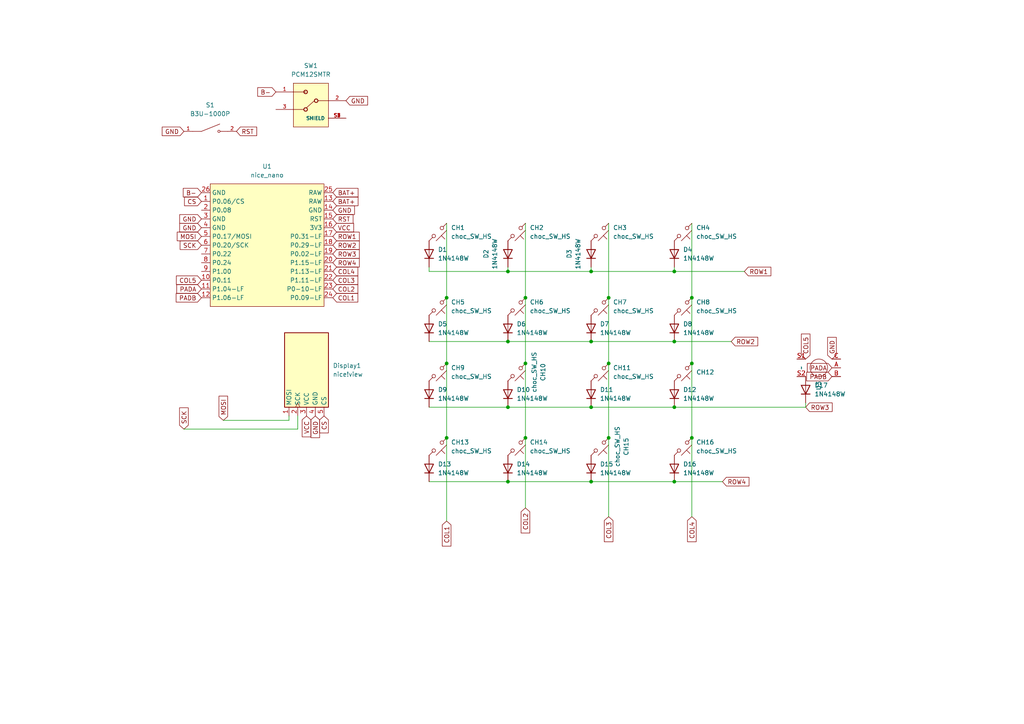
<source format=kicad_sch>
(kicad_sch (version 20230121) (generator eeschema)

  (uuid ef2e0440-4ab0-4d70-bf70-7e25836c94e0)

  (paper "A4")

  (lib_symbols
    (symbol "ClaudeSym:Universal_Pro_Micro_Footprint" (in_bom no) (on_board yes)
      (property "Reference" "U" (at 0 22.86 0)
        (effects (font (size 1.27 1.27)))
      )
      (property "Value" "Universal_Pro_Micro" (at 0 20.32 0)
        (effects (font (size 1.27 1.27)))
      )
      (property "Footprint" "ClaudeFoot:Universal_Pro_Micro_Footprint" (at 0 -30.48 0)
        (effects (font (size 1.27 1.27)) hide)
      )
      (property "Datasheet" "https://nicekeyboards.com/docs/nice-nano/pinout-schematic" (at 1.27 -33.02 0)
        (effects (font (size 1.27 1.27)) hide)
      )
      (property "ki_description" "Symbol for an nicekeyboards nice!nano" (at 0 0 0)
        (effects (font (size 1.27 1.27)) hide)
      )
      (symbol "Universal_Pro_Micro_Footprint_0_0"
        (pin bidirectional line (at -19.05 -8.89 0) (length 2.54)
          (name "P0.11" (effects (font (size 1.27 1.27))))
          (number "10" (effects (font (size 1.27 1.27))))
        )
        (pin bidirectional line (at -19.05 -11.43 0) (length 2.54)
          (name "P1.04-LF" (effects (font (size 1.27 1.27))))
          (number "11" (effects (font (size 1.27 1.27))))
        )
        (pin bidirectional line (at -19.05 -13.97 0) (length 2.54)
          (name "P1.06-LF" (effects (font (size 1.27 1.27))))
          (number "12" (effects (font (size 1.27 1.27))))
        )
        (pin power_out line (at 19.05 11.43 180) (length 2.54)
          (name "GND" (effects (font (size 1.27 1.27))))
          (number "14" (effects (font (size 1.27 1.27))))
        )
        (pin bidirectional line (at 19.05 8.89 180) (length 2.54)
          (name "RST" (effects (font (size 1.27 1.27))))
          (number "15" (effects (font (size 1.27 1.27))))
        )
        (pin bidirectional line (at 19.05 3.81 180) (length 2.54)
          (name "P0.31-LF" (effects (font (size 1.27 1.27))))
          (number "17" (effects (font (size 1.27 1.27))))
        )
        (pin bidirectional line (at 19.05 1.27 180) (length 2.54)
          (name "P0.29-LF" (effects (font (size 1.27 1.27))))
          (number "18" (effects (font (size 1.27 1.27))))
        )
        (pin bidirectional line (at 19.05 -1.27 180) (length 2.54)
          (name "P0.02-LF" (effects (font (size 1.27 1.27))))
          (number "19" (effects (font (size 1.27 1.27))))
        )
        (pin bidirectional line (at -19.05 11.43 0) (length 2.54)
          (name "P0.08" (effects (font (size 1.27 1.27))))
          (number "2" (effects (font (size 1.27 1.27))))
        )
        (pin bidirectional line (at 19.05 -3.81 180) (length 2.54)
          (name "P1.15-LF" (effects (font (size 1.27 1.27))))
          (number "20" (effects (font (size 1.27 1.27))))
        )
        (pin bidirectional line (at 19.05 -6.35 180) (length 2.54)
          (name "P1.13-LF" (effects (font (size 1.27 1.27))))
          (number "21" (effects (font (size 1.27 1.27))))
        )
        (pin bidirectional line (at 19.05 -8.89 180) (length 2.54)
          (name "P1.11-LF" (effects (font (size 1.27 1.27))))
          (number "22" (effects (font (size 1.27 1.27))))
        )
        (pin bidirectional line (at 19.05 -11.43 180) (length 2.54)
          (name "P0-10-LF" (effects (font (size 1.27 1.27))))
          (number "23" (effects (font (size 1.27 1.27))))
        )
        (pin bidirectional line (at 19.05 -13.97 180) (length 2.54)
          (name "P0.09-LF" (effects (font (size 1.27 1.27))))
          (number "24" (effects (font (size 1.27 1.27))))
        )
        (pin power_out line (at -19.05 8.89 0) (length 2.54)
          (name "GND" (effects (font (size 1.27 1.27))))
          (number "3" (effects (font (size 1.27 1.27))))
        )
        (pin power_out line (at -19.05 6.35 0) (length 2.54)
          (name "GND" (effects (font (size 1.27 1.27))))
          (number "4" (effects (font (size 1.27 1.27))))
        )
        (pin bidirectional line (at -19.05 -1.27 0) (length 2.54)
          (name "P0.22" (effects (font (size 1.27 1.27))))
          (number "7" (effects (font (size 1.27 1.27))))
        )
        (pin bidirectional line (at -19.05 -3.81 0) (length 2.54)
          (name "P0.24" (effects (font (size 1.27 1.27))))
          (number "8" (effects (font (size 1.27 1.27))))
        )
        (pin bidirectional line (at -19.05 -6.35 0) (length 2.54)
          (name "P1.00" (effects (font (size 1.27 1.27))))
          (number "9" (effects (font (size 1.27 1.27))))
        )
      )
      (symbol "Universal_Pro_Micro_Footprint_1_0"
        (pin bidirectional line (at -19.05 13.97 0) (length 2.54)
          (name "P0.06/CS" (effects (font (size 1.27 1.27))))
          (number "1" (effects (font (size 1.27 1.27))))
        )
        (pin power_out line (at 19.05 13.97 180) (length 2.54)
          (name "RAW" (effects (font (size 1.27 1.27))))
          (number "13" (effects (font (size 1.27 1.27))))
        )
        (pin power_out line (at 19.05 6.35 180) (length 2.54)
          (name "3V3" (effects (font (size 1.27 1.27))))
          (number "16" (effects (font (size 1.27 1.27))))
        )
        (pin power_out line (at 19.05 16.51 180) (length 2.54)
          (name "RAW" (effects (font (size 1.27 1.27))))
          (number "25" (effects (font (size 1.27 1.27))))
        )
        (pin power_out line (at -19.05 16.51 0) (length 2.54)
          (name "GND" (effects (font (size 1.27 1.27))))
          (number "26" (effects (font (size 1.27 1.27))))
        )
        (pin bidirectional line (at -19.05 3.81 0) (length 2.54)
          (name "P0.17/MOSI" (effects (font (size 1.27 1.27))))
          (number "5" (effects (font (size 1.27 1.27))))
        )
        (pin bidirectional line (at -19.05 1.27 0) (length 2.54)
          (name "P0.20/SCK" (effects (font (size 1.27 1.27))))
          (number "6" (effects (font (size 1.27 1.27))))
        )
      )
      (symbol "Universal_Pro_Micro_Footprint_1_1"
        (rectangle (start -16.51 19.05) (end 16.51 -16.51)
          (stroke (width 0) (type default))
          (fill (type background))
        )
      )
    )
    (symbol "Diode:1N4148W" (pin_numbers hide) (pin_names hide) (in_bom yes) (on_board yes)
      (property "Reference" "D" (at 0 2.54 0)
        (effects (font (size 1.27 1.27)))
      )
      (property "Value" "1N4148W" (at 0 -2.54 0)
        (effects (font (size 1.27 1.27)))
      )
      (property "Footprint" "Diode_SMD:D_SOD-123" (at 0 -4.445 0)
        (effects (font (size 1.27 1.27)) hide)
      )
      (property "Datasheet" "https://www.vishay.com/docs/85748/1n4148w.pdf" (at 0 0 0)
        (effects (font (size 1.27 1.27)) hide)
      )
      (property "Sim.Device" "D" (at 0 0 0)
        (effects (font (size 1.27 1.27)) hide)
      )
      (property "Sim.Pins" "1=K 2=A" (at 0 0 0)
        (effects (font (size 1.27 1.27)) hide)
      )
      (property "ki_keywords" "diode" (at 0 0 0)
        (effects (font (size 1.27 1.27)) hide)
      )
      (property "ki_description" "75V 0.15A Fast Switching Diode, SOD-123" (at 0 0 0)
        (effects (font (size 1.27 1.27)) hide)
      )
      (property "ki_fp_filters" "D*SOD?123*" (at 0 0 0)
        (effects (font (size 1.27 1.27)) hide)
      )
      (symbol "1N4148W_0_1"
        (polyline
          (pts
            (xy -1.27 1.27)
            (xy -1.27 -1.27)
          )
          (stroke (width 0.254) (type default))
          (fill (type none))
        )
        (polyline
          (pts
            (xy 1.27 0)
            (xy -1.27 0)
          )
          (stroke (width 0) (type default))
          (fill (type none))
        )
        (polyline
          (pts
            (xy 1.27 1.27)
            (xy 1.27 -1.27)
            (xy -1.27 0)
            (xy 1.27 1.27)
          )
          (stroke (width 0.254) (type default))
          (fill (type none))
        )
      )
      (symbol "1N4148W_1_1"
        (pin passive line (at -3.81 0 0) (length 2.54)
          (name "K" (effects (font (size 1.27 1.27))))
          (number "1" (effects (font (size 1.27 1.27))))
        )
        (pin passive line (at 3.81 0 180) (length 2.54)
          (name "A" (effects (font (size 1.27 1.27))))
          (number "2" (effects (font (size 1.27 1.27))))
        )
      )
    )
    (symbol "PCM_B3U-1000P:B3U-1000P" (pin_names (offset 1.016)) (in_bom yes) (on_board yes)
      (property "Reference" "S" (at -2.54 2.54 0)
        (effects (font (size 1.27 1.27)) (justify left bottom))
      )
      (property "Value" "B3U-1000P" (at -2.54 -2.54 0)
        (effects (font (size 1.27 1.27)) (justify left top))
      )
      (property "Footprint" "SW_B3U-1000P" (at 0 0 0)
        (effects (font (size 1.27 1.27)) (justify bottom) hide)
      )
      (property "Datasheet" "" (at 0 0 0)
        (effects (font (size 1.27 1.27)) hide)
      )
      (property "MF" "Omron" (at 0 0 0)
        (effects (font (size 1.27 1.27)) (justify bottom) hide)
      )
      (property "DESCRIPTION" "Tactile Switch SPST-NO Top Actuated Surface Mount" (at 0 0 0)
        (effects (font (size 1.27 1.27)) (justify bottom) hide)
      )
      (property "PACKAGE" "None" (at 0 0 0)
        (effects (font (size 1.27 1.27)) (justify bottom) hide)
      )
      (property "PRICE" "None" (at 0 0 0)
        (effects (font (size 1.27 1.27)) (justify bottom) hide)
      )
      (property "MP" "B3U-1000P" (at 0 0 0)
        (effects (font (size 1.27 1.27)) (justify bottom) hide)
      )
      (property "AVAILABILITY" "Unavailable" (at 0 0 0)
        (effects (font (size 1.27 1.27)) (justify bottom) hide)
      )
      (symbol "B3U-1000P_0_0"
        (polyline
          (pts
            (xy -2.54 0)
            (xy -5.08 0)
          )
          (stroke (width 0.1524) (type default))
          (fill (type none))
        )
        (polyline
          (pts
            (xy -2.54 0)
            (xy 2.794 2.1336)
          )
          (stroke (width 0.1524) (type default))
          (fill (type none))
        )
        (polyline
          (pts
            (xy 5.08 0)
            (xy 2.921 0)
          )
          (stroke (width 0.1524) (type default))
          (fill (type none))
        )
        (circle (center 2.54 0) (radius 0.3302)
          (stroke (width 0.1524) (type default))
          (fill (type none))
        )
        (pin passive line (at -7.62 0 0) (length 2.54)
          (name "~" (effects (font (size 1.016 1.016))))
          (number "1" (effects (font (size 1.016 1.016))))
        )
        (pin passive line (at 7.62 0 180) (length 2.54)
          (name "~" (effects (font (size 1.016 1.016))))
          (number "2" (effects (font (size 1.016 1.016))))
        )
      )
    )
    (symbol "PCM_PCM12SMTR:PCM12SMTR" (pin_names (offset 1.016)) (in_bom yes) (on_board yes)
      (property "Reference" "SW" (at -5.0844 5.3386 0)
        (effects (font (size 1.27 1.27)) (justify left bottom))
      )
      (property "Value" "PCM12SMTR" (at -5.1814 -9.6619 0)
        (effects (font (size 1.27 1.27)) (justify left bottom))
      )
      (property "Footprint" "SW_PCM12SMTR" (at 0 0 0)
        (effects (font (size 1.27 1.27)) (justify bottom) hide)
      )
      (property "Datasheet" "" (at 0 0 0)
        (effects (font (size 1.27 1.27)) hide)
      )
      (property "STANDARD" "Manufacturer Recommendation" (at 0 0 0)
        (effects (font (size 1.27 1.27)) (justify bottom) hide)
      )
      (property "MANUFACTURER" "C&K" (at 0 0 0)
        (effects (font (size 1.27 1.27)) (justify bottom) hide)
      )
      (symbol "PCM12SMTR_0_0"
        (rectangle (start -5.08 -7.62) (end 5.08 5.08)
          (stroke (width 0.1524) (type default))
          (fill (type background))
        )
        (circle (center -1.524 -2.54) (radius 0.508)
          (stroke (width 0.254) (type default))
          (fill (type none))
        )
        (circle (center -1.524 2.54) (radius 0.508)
          (stroke (width 0.254) (type default))
          (fill (type none))
        )
        (polyline
          (pts
            (xy -5.08 -2.54)
            (xy -2.032 -2.54)
          )
          (stroke (width 0.1524) (type default))
          (fill (type none))
        )
        (polyline
          (pts
            (xy -5.08 2.54)
            (xy -1.524 2.54)
          )
          (stroke (width 0.1524) (type default))
          (fill (type none))
        )
        (polyline
          (pts
            (xy 1.016 0)
            (xy -1.27 -2.032)
          )
          (stroke (width 0.1524) (type default))
          (fill (type none))
        )
        (polyline
          (pts
            (xy 2.032 0)
            (xy 5.08 0)
          )
          (stroke (width 0.1524) (type default))
          (fill (type none))
        )
        (circle (center 1.524 0) (radius 0.508)
          (stroke (width 0.254) (type default))
          (fill (type none))
        )
        (pin passive line (at -10.16 2.54 0) (length 5.08)
          (name "~" (effects (font (size 1.016 1.016))))
          (number "1" (effects (font (size 1.016 1.016))))
        )
        (pin passive line (at 10.16 0 180) (length 5.08)
          (name "~" (effects (font (size 1.016 1.016))))
          (number "2" (effects (font (size 1.016 1.016))))
        )
        (pin passive line (at -10.16 -2.54 0) (length 5.08)
          (name "~" (effects (font (size 1.016 1.016))))
          (number "3" (effects (font (size 1.016 1.016))))
        )
        (pin passive line (at 10.16 -5.08 180) (length 5.08)
          (name "SHIELD" (effects (font (size 1.016 1.016))))
          (number "S1" (effects (font (size 1.016 1.016))))
        )
        (pin passive line (at 10.16 -5.08 180) (length 5.08)
          (name "SHIELD" (effects (font (size 1.016 1.016))))
          (number "S2" (effects (font (size 1.016 1.016))))
        )
        (pin passive line (at 10.16 -5.08 180) (length 5.08)
          (name "SHIELD" (effects (font (size 1.016 1.016))))
          (number "S3" (effects (font (size 1.016 1.016))))
        )
        (pin passive line (at 10.16 -5.08 180) (length 5.08)
          (name "SHIELD" (effects (font (size 1.016 1.016))))
          (number "S4" (effects (font (size 1.016 1.016))))
        )
      )
    )
    (symbol "PCM_marbastlib-choc:choc_SW_HS" (pin_numbers hide) (pin_names (offset 1.016) hide) (in_bom yes) (on_board yes)
      (property "Reference" "CH" (at 3.048 1.016 0)
        (effects (font (size 1.27 1.27)) (justify left))
      )
      (property "Value" "choc_SW_HS" (at 0 -3.81 0)
        (effects (font (size 1.27 1.27)))
      )
      (property "Footprint" "PCM_marbastlib-choc:SW_choc_v1_HS_1u" (at 0 0 0)
        (effects (font (size 1.27 1.27)) hide)
      )
      (property "Datasheet" "~" (at 0 0 0)
        (effects (font (size 1.27 1.27)) hide)
      )
      (property "ki_keywords" "switch normally-open pushbutton push-button" (at 0 0 0)
        (effects (font (size 1.27 1.27)) hide)
      )
      (property "ki_description" "Push button switch, normally open, two pins, 45° tilted" (at 0 0 0)
        (effects (font (size 1.27 1.27)) hide)
      )
      (symbol "choc_SW_HS_0_1"
        (circle (center -1.1684 1.1684) (radius 0.508)
          (stroke (width 0) (type default))
          (fill (type none))
        )
        (polyline
          (pts
            (xy -0.508 2.54)
            (xy 2.54 -0.508)
          )
          (stroke (width 0) (type default))
          (fill (type none))
        )
        (polyline
          (pts
            (xy 1.016 1.016)
            (xy 2.032 2.032)
          )
          (stroke (width 0) (type default))
          (fill (type none))
        )
        (polyline
          (pts
            (xy -2.54 2.54)
            (xy -1.524 1.524)
            (xy -1.524 1.524)
          )
          (stroke (width 0) (type default))
          (fill (type none))
        )
        (polyline
          (pts
            (xy 1.524 -1.524)
            (xy 2.54 -2.54)
            (xy 2.54 -2.54)
            (xy 2.54 -2.54)
          )
          (stroke (width 0) (type default))
          (fill (type none))
        )
        (circle (center 1.143 -1.1938) (radius 0.508)
          (stroke (width 0) (type default))
          (fill (type none))
        )
        (pin passive line (at -2.54 2.54 0) (length 0)
          (name "1" (effects (font (size 1.27 1.27))))
          (number "1" (effects (font (size 1.27 1.27))))
        )
        (pin passive line (at 2.54 -2.54 180) (length 0)
          (name "2" (effects (font (size 1.27 1.27))))
          (number "2" (effects (font (size 1.27 1.27))))
        )
      )
    )
    (symbol "PCM_nice_view:nice!view" (in_bom yes) (on_board yes)
      (property "Reference" "Display" (at 0 12.7 0)
        (effects (font (size 1.27 1.27)) (justify bottom))
      )
      (property "Value" "nice!view" (at 0 0 0)
        (effects (font (size 1.27 1.27)))
      )
      (property "Footprint" "nice_view:nice_view" (at 0 16.51 0)
        (effects (font (size 1.27 1.27)) hide)
      )
      (property "Datasheet" "https://nicekeyboards.com/docs/nice-view/pinout-schematic" (at 2.54 -25.4 0)
        (effects (font (size 1.27 1.27)) hide)
      )
      (property "ki_keywords" "display MIP 36x14" (at 0 0 0)
        (effects (font (size 1.27 1.27)) hide)
      )
      (property "ki_description" "Sharp LS011B7DH03 Memory in Pixel 160x68" (at 0 0 0)
        (effects (font (size 1.27 1.27)) hide)
      )
      (property "ki_fp_filters" "nice*" (at 0 0 0)
        (effects (font (size 1.27 1.27)) hide)
      )
      (symbol "nice!view_0_1"
        (rectangle (start -6.35 11.43) (end 6.35 -10.16)
          (stroke (width 0.254) (type default))
          (fill (type background))
        )
      )
      (symbol "nice!view_1_1"
        (pin input line (at -5.08 -12.7 90) (length 2.54)
          (name "MOSI" (effects (font (size 1.27 1.27))))
          (number "1" (effects (font (size 1.27 1.27))))
        )
        (pin input clock (at -2.54 -12.7 90) (length 2.54)
          (name "SCK" (effects (font (size 1.27 1.27))))
          (number "2" (effects (font (size 1.27 1.27))))
        )
        (pin power_in line (at 0 -12.7 90) (length 2.54)
          (name "VCC" (effects (font (size 1.27 1.27))))
          (number "3" (effects (font (size 1.27 1.27))))
        )
        (pin power_out line (at 2.54 -12.7 90) (length 2.54)
          (name "GND" (effects (font (size 1.27 1.27))))
          (number "4" (effects (font (size 1.27 1.27))))
        )
        (pin passive line (at 5.08 -12.7 90) (length 2.54)
          (name "CS" (effects (font (size 1.27 1.27))))
          (number "5" (effects (font (size 1.27 1.27))))
        )
      )
    )
    (symbol "claudesym:EC11" (in_bom yes) (on_board yes)
      (property "Reference" "U" (at 0 0 0)
        (effects (font (size 1.27 1.27)))
      )
      (property "Value" "" (at 0 0 0)
        (effects (font (size 1.27 1.27)))
      )
      (property "Footprint" "" (at 0 0 0)
        (effects (font (size 1.27 1.27)) hide)
      )
      (property "Datasheet" "" (at 0 0 0)
        (effects (font (size 1.27 1.27)) hide)
      )
      (symbol "EC11_0_1"
        (circle (center 0 5.08) (radius 2.54)
          (stroke (width 0) (type default))
          (fill (type none))
        )
      )
      (symbol "EC11_1_1"
        (pin input line (at 0 8.89 90) (length 2.54)
          (name "" (effects (font (size 1.27 1.27))))
          (number "A" (effects (font (size 1.27 1.27))))
        )
        (pin input line (at 2.54 8.89 90) (length 2.54)
          (name "" (effects (font (size 1.27 1.27))))
          (number "B" (effects (font (size 1.27 1.27))))
        )
        (pin input line (at -2.54 8.89 90) (length 2.54)
          (name "" (effects (font (size 1.27 1.27))))
          (number "C" (effects (font (size 1.27 1.27))))
        )
        (pin input line (at -2.54 1.27 270) (length 2.54)
          (name "" (effects (font (size 1.27 1.27))))
          (number "S1" (effects (font (size 1.27 1.27))))
        )
        (pin input line (at 2.54 1.27 270) (length 2.54)
          (name "" (effects (font (size 1.27 1.27))))
          (number "S2" (effects (font (size 1.27 1.27))))
        )
      )
    )
  )

  (junction (at 171.45 78.74) (diameter 0) (color 0 0 0 0)
    (uuid 06e38a5e-49e6-4c4f-a4fd-1768e930d1e6)
  )
  (junction (at 176.53 86.36) (diameter 0) (color 0 0 0 0)
    (uuid 093d80cf-54c2-4c49-be8c-57b5b4c1f168)
  )
  (junction (at 152.4 127) (diameter 0) (color 0 0 0 0)
    (uuid 1fb545c3-054d-4289-8286-35c04a17f28b)
  )
  (junction (at 200.66 127) (diameter 0) (color 0 0 0 0)
    (uuid 2a49e72a-e90f-402e-b51f-0b1f955949f3)
  )
  (junction (at 171.45 118.11) (diameter 0) (color 0 0 0 0)
    (uuid 4059d0cb-4582-4f87-ab17-10fb41968c9c)
  )
  (junction (at 152.4 105.41) (diameter 0) (color 0 0 0 0)
    (uuid 4522cd2b-8706-4806-95b3-e5653b7bf4de)
  )
  (junction (at 195.58 99.06) (diameter 0) (color 0 0 0 0)
    (uuid 5bd7e706-dc14-42dc-849f-46858f8cb790)
  )
  (junction (at 129.54 105.41) (diameter 0) (color 0 0 0 0)
    (uuid 62b24a9e-c607-4d22-97cc-1d5ed44a61a1)
  )
  (junction (at 195.58 118.11) (diameter 0) (color 0 0 0 0)
    (uuid 673c25ad-e68b-4d0e-b892-8a9f70f398bb)
  )
  (junction (at 129.54 127) (diameter 0) (color 0 0 0 0)
    (uuid 6cf38597-71ed-4b66-8003-adec9454ed54)
  )
  (junction (at 171.45 139.7) (diameter 0) (color 0 0 0 0)
    (uuid 70b880bb-209a-4ec8-8f7a-176a0df187f9)
  )
  (junction (at 195.58 139.7) (diameter 0) (color 0 0 0 0)
    (uuid 70f287c1-6e10-4c0f-9da7-ade236953c28)
  )
  (junction (at 129.54 86.36) (diameter 0) (color 0 0 0 0)
    (uuid 79ea8d9e-ccbd-48e4-aae3-ed4904b288a5)
  )
  (junction (at 152.4 86.36) (diameter 0) (color 0 0 0 0)
    (uuid aaf04a81-8939-4371-ab29-27f9040f41ac)
  )
  (junction (at 176.53 127) (diameter 0) (color 0 0 0 0)
    (uuid c74acd9d-011d-46b6-a3ce-1e2688788232)
  )
  (junction (at 171.45 99.06) (diameter 0) (color 0 0 0 0)
    (uuid ca51282c-a186-4d56-9d6d-0583607984ab)
  )
  (junction (at 147.32 99.06) (diameter 0) (color 0 0 0 0)
    (uuid cba073bf-39f5-49c2-ba07-1d8d8e9e828d)
  )
  (junction (at 147.32 118.11) (diameter 0) (color 0 0 0 0)
    (uuid cf279613-e21d-496c-9b43-86c357f4a0e9)
  )
  (junction (at 195.58 78.74) (diameter 0) (color 0 0 0 0)
    (uuid cf2880af-8b44-4a1a-b66d-2d2afd0be936)
  )
  (junction (at 147.32 78.74) (diameter 0) (color 0 0 0 0)
    (uuid ed8b70b1-e299-4aa9-b002-17a7e6b50992)
  )
  (junction (at 200.66 86.36) (diameter 0) (color 0 0 0 0)
    (uuid efa4e682-d691-49dc-987c-bcfef0362877)
  )
  (junction (at 147.32 139.7) (diameter 0) (color 0 0 0 0)
    (uuid f42072d5-398a-4c44-9913-de74b2f1bf81)
  )
  (junction (at 200.66 105.41) (diameter 0) (color 0 0 0 0)
    (uuid f4a608f2-f483-4573-8f10-4d8de4f8df29)
  )
  (junction (at 176.53 105.41) (diameter 0) (color 0 0 0 0)
    (uuid f92317c6-eaee-42e9-8feb-0d02f191ea17)
  )

  (wire (pts (xy 129.54 64.77) (xy 129.54 86.36))
    (stroke (width 0) (type default))
    (uuid 168ed083-60b4-4a81-a146-68f1ec067858)
  )
  (wire (pts (xy 83.82 121.92) (xy 83.82 120.65))
    (stroke (width 0) (type default))
    (uuid 1a9450f4-2cbe-4d6e-9d46-4c1142c50ea2)
  )
  (wire (pts (xy 124.46 99.06) (xy 147.32 99.06))
    (stroke (width 0) (type default))
    (uuid 1c3d36d5-01f2-4fca-9e37-5d37e3170414)
  )
  (wire (pts (xy 171.45 99.06) (xy 195.58 99.06))
    (stroke (width 0) (type default))
    (uuid 1c85225d-5f3d-44da-9670-2c505f0924e6)
  )
  (wire (pts (xy 152.4 105.41) (xy 152.4 127))
    (stroke (width 0) (type default))
    (uuid 1f01218e-6ea1-4fa9-b885-41c4cc314aa0)
  )
  (wire (pts (xy 195.58 139.7) (xy 209.55 139.7))
    (stroke (width 0) (type default))
    (uuid 2a064f95-840f-41f3-838b-5e4765ab10ed)
  )
  (wire (pts (xy 53.34 124.46) (xy 86.36 124.46))
    (stroke (width 0) (type default))
    (uuid 334bad27-dfd9-49ea-9114-d080da87ece1)
  )
  (wire (pts (xy 171.45 139.7) (xy 195.58 139.7))
    (stroke (width 0) (type default))
    (uuid 34115804-49a7-41bc-9f07-57a61d416dbf)
  )
  (wire (pts (xy 195.58 77.47) (xy 195.58 78.74))
    (stroke (width 0) (type default))
    (uuid 36a61324-bb57-4d1c-a24f-8ce50626bef8)
  )
  (wire (pts (xy 129.54 86.36) (xy 129.54 105.41))
    (stroke (width 0) (type default))
    (uuid 4058cba1-038f-4921-9d59-b51b83812a33)
  )
  (wire (pts (xy 124.46 139.7) (xy 147.32 139.7))
    (stroke (width 0) (type default))
    (uuid 4492bfe6-ffef-4a90-bf0a-94eb1246c8de)
  )
  (wire (pts (xy 195.58 99.06) (xy 212.09 99.06))
    (stroke (width 0) (type default))
    (uuid 53b3db26-2f8e-4d07-b850-29ccf24df748)
  )
  (wire (pts (xy 200.66 86.36) (xy 200.66 105.41))
    (stroke (width 0) (type default))
    (uuid 55be129d-0faf-4ffb-bd17-57a9012d4cb0)
  )
  (wire (pts (xy 124.46 118.11) (xy 147.32 118.11))
    (stroke (width 0) (type default))
    (uuid 57edc78d-800b-4a5f-ad90-6fe7bf6a108d)
  )
  (wire (pts (xy 176.53 105.41) (xy 176.53 127))
    (stroke (width 0) (type default))
    (uuid 5d4f095a-b1d0-4b72-b8da-dceda6d4a717)
  )
  (wire (pts (xy 200.66 127) (xy 200.66 149.86))
    (stroke (width 0) (type default))
    (uuid 6e0e6f0b-c54b-40ee-bdb7-e98e428ce90c)
  )
  (wire (pts (xy 233.68 118.11) (xy 233.68 116.84))
    (stroke (width 0) (type default))
    (uuid 6fd25a8b-41fd-4fcb-a407-d7a087e1402b)
  )
  (wire (pts (xy 176.53 64.77) (xy 176.53 86.36))
    (stroke (width 0) (type default))
    (uuid 734bd194-ad6a-4a02-a428-0253699a81b2)
  )
  (wire (pts (xy 200.66 105.41) (xy 200.66 127))
    (stroke (width 0) (type default))
    (uuid 7b0f6afd-ec13-49ed-9490-5f75b8897891)
  )
  (wire (pts (xy 195.58 118.11) (xy 233.68 118.11))
    (stroke (width 0) (type default))
    (uuid 7d5542ae-27d3-40fe-a7c5-18c8e83ac565)
  )
  (wire (pts (xy 129.54 127) (xy 129.54 151.13))
    (stroke (width 0) (type default))
    (uuid 803df3bf-b846-4c26-8ca5-1b44f8a16b3e)
  )
  (wire (pts (xy 152.4 127) (xy 152.4 147.32))
    (stroke (width 0) (type default))
    (uuid 82f6a1a1-a309-4aaf-9e33-e534d3ee6efb)
  )
  (wire (pts (xy 152.4 64.77) (xy 152.4 86.36))
    (stroke (width 0) (type default))
    (uuid 8334d37b-85c5-497e-9442-34646cc92365)
  )
  (wire (pts (xy 171.45 77.47) (xy 171.45 78.74))
    (stroke (width 0) (type default))
    (uuid 8aaa64f8-af65-4720-bb17-01f2a0d211b2)
  )
  (wire (pts (xy 147.32 99.06) (xy 171.45 99.06))
    (stroke (width 0) (type default))
    (uuid 94f506bd-68ed-44f0-877e-e4278dc68668)
  )
  (wire (pts (xy 147.32 78.74) (xy 171.45 78.74))
    (stroke (width 0) (type default))
    (uuid 971e5603-5c05-4712-b01a-62524bcfa07f)
  )
  (wire (pts (xy 147.32 139.7) (xy 171.45 139.7))
    (stroke (width 0) (type default))
    (uuid 9a4f48f1-cb29-45ff-8d38-4d997a5c45a7)
  )
  (wire (pts (xy 171.45 78.74) (xy 195.58 78.74))
    (stroke (width 0) (type default))
    (uuid 9fdedbad-4692-4181-9544-e22463475047)
  )
  (wire (pts (xy 64.77 121.92) (xy 83.82 121.92))
    (stroke (width 0) (type default))
    (uuid a9eb0679-e750-4dca-8c9d-0430287e77bf)
  )
  (wire (pts (xy 124.46 78.74) (xy 124.46 77.47))
    (stroke (width 0) (type default))
    (uuid aa285e55-e59d-4801-bbd2-6246b47af619)
  )
  (wire (pts (xy 147.32 77.47) (xy 147.32 78.74))
    (stroke (width 0) (type default))
    (uuid b2e5af50-32e9-4f0a-a832-814833cd46d1)
  )
  (wire (pts (xy 129.54 105.41) (xy 129.54 127))
    (stroke (width 0) (type default))
    (uuid be9f864f-d883-40c7-a931-a6e02713d3da)
  )
  (wire (pts (xy 200.66 64.77) (xy 200.66 86.36))
    (stroke (width 0) (type default))
    (uuid bf2b3f53-23b0-4931-9eb5-ac57de7222e7)
  )
  (wire (pts (xy 176.53 127) (xy 176.53 149.86))
    (stroke (width 0) (type default))
    (uuid c1e449f9-9600-4efa-a584-793e587790dc)
  )
  (wire (pts (xy 171.45 118.11) (xy 195.58 118.11))
    (stroke (width 0) (type default))
    (uuid cd5551e4-eda7-4ae0-ac78-8aae872d6416)
  )
  (wire (pts (xy 86.36 124.46) (xy 86.36 120.65))
    (stroke (width 0) (type default))
    (uuid dc5d4ffb-ce90-4d55-9c33-b74f7358b533)
  )
  (wire (pts (xy 195.58 78.74) (xy 215.9 78.74))
    (stroke (width 0) (type default))
    (uuid dfd60d13-0209-442d-8dda-ce0444b334aa)
  )
  (wire (pts (xy 147.32 118.11) (xy 171.45 118.11))
    (stroke (width 0) (type default))
    (uuid eb279bb1-f5df-41ef-aab4-a4b27f2793b6)
  )
  (wire (pts (xy 152.4 86.36) (xy 152.4 105.41))
    (stroke (width 0) (type default))
    (uuid f8d3a145-60d4-4ece-9ca2-09ca269ab9ac)
  )
  (wire (pts (xy 176.53 86.36) (xy 176.53 105.41))
    (stroke (width 0) (type default))
    (uuid f954a43b-3bdc-4acb-9f35-30fbe91c2be8)
  )
  (wire (pts (xy 124.46 78.74) (xy 147.32 78.74))
    (stroke (width 0) (type default))
    (uuid fe20a192-2bb2-4a87-80a4-91256deb6e11)
  )

  (global_label "COL2" (shape input) (at 96.52 83.82 0) (fields_autoplaced)
    (effects (font (size 1.27 1.27)) (justify left))
    (uuid 004c0588-7dfe-4a91-9e5e-58b47fb8d323)
    (property "Intersheetrefs" "${INTERSHEET_REFS}" (at 104.3433 83.82 0)
      (effects (font (size 1.27 1.27)) (justify left) hide)
    )
  )
  (global_label "SCK" (shape input) (at 58.42 71.12 180) (fields_autoplaced)
    (effects (font (size 1.27 1.27)) (justify right))
    (uuid 012fca83-d243-4fc8-b2c0-a085c5e88b17)
    (property "Intersheetrefs" "${INTERSHEET_REFS}" (at 51.7647 71.12 0)
      (effects (font (size 1.27 1.27)) (justify right) hide)
    )
  )
  (global_label "ROW1" (shape input) (at 96.52 68.58 0) (fields_autoplaced)
    (effects (font (size 1.27 1.27)) (justify left))
    (uuid 075ae02e-966d-4fbc-8a50-f890c6bd2319)
    (property "Intersheetrefs" "${INTERSHEET_REFS}" (at 104.7666 68.58 0)
      (effects (font (size 1.27 1.27)) (justify left) hide)
    )
  )
  (global_label "COL2" (shape input) (at 152.4 147.32 270) (fields_autoplaced)
    (effects (font (size 1.27 1.27)) (justify right))
    (uuid 2066ce0f-dfd9-454c-890b-80b0db6117b2)
    (property "Intersheetrefs" "${INTERSHEET_REFS}" (at 152.4 155.1433 90)
      (effects (font (size 1.27 1.27)) (justify right) hide)
    )
  )
  (global_label "CS" (shape input) (at 58.42 58.42 180) (fields_autoplaced)
    (effects (font (size 1.27 1.27)) (justify right))
    (uuid 28c0ea4f-60fa-4283-ac7d-0d73cef24710)
    (property "Intersheetrefs" "${INTERSHEET_REFS}" (at 53.0347 58.42 0)
      (effects (font (size 1.27 1.27)) (justify right) hide)
    )
  )
  (global_label "ROW4" (shape input) (at 209.55 139.7 0) (fields_autoplaced)
    (effects (font (size 1.27 1.27)) (justify left))
    (uuid 2a180292-73ba-47c4-b18d-68d77d554018)
    (property "Intersheetrefs" "${INTERSHEET_REFS}" (at 217.7966 139.7 0)
      (effects (font (size 1.27 1.27)) (justify left) hide)
    )
  )
  (global_label "MOSI" (shape input) (at 64.77 121.92 90) (fields_autoplaced)
    (effects (font (size 1.27 1.27)) (justify left))
    (uuid 33ff1bbd-15ed-466c-8d8d-b13be1a3ef85)
    (property "Intersheetrefs" "${INTERSHEET_REFS}" (at 64.77 114.418 90)
      (effects (font (size 1.27 1.27)) (justify left) hide)
    )
  )
  (global_label "RST" (shape input) (at 68.58 38.1 0) (fields_autoplaced)
    (effects (font (size 1.27 1.27)) (justify left))
    (uuid 3a361a5f-01c0-43b1-8aa1-c4c994cc6681)
    (property "Intersheetrefs" "${INTERSHEET_REFS}" (at 75.0123 38.1 0)
      (effects (font (size 1.27 1.27)) (justify left) hide)
    )
  )
  (global_label "COL3" (shape input) (at 96.52 81.28 0) (fields_autoplaced)
    (effects (font (size 1.27 1.27)) (justify left))
    (uuid 3e553d27-adde-482a-8c06-310950e2dead)
    (property "Intersheetrefs" "${INTERSHEET_REFS}" (at 104.3433 81.28 0)
      (effects (font (size 1.27 1.27)) (justify left) hide)
    )
  )
  (global_label "ROW2" (shape input) (at 212.09 99.06 0) (fields_autoplaced)
    (effects (font (size 1.27 1.27)) (justify left))
    (uuid 3f200dc5-ca71-4eb8-b9ce-dc01df236a83)
    (property "Intersheetrefs" "${INTERSHEET_REFS}" (at 220.3366 99.06 0)
      (effects (font (size 1.27 1.27)) (justify left) hide)
    )
  )
  (global_label "COL3" (shape input) (at 176.53 149.86 270) (fields_autoplaced)
    (effects (font (size 1.27 1.27)) (justify right))
    (uuid 41d552be-4587-4b9d-915d-7c1d5ab7ee61)
    (property "Intersheetrefs" "${INTERSHEET_REFS}" (at 176.53 157.6833 90)
      (effects (font (size 1.27 1.27)) (justify right) hide)
    )
  )
  (global_label "GND" (shape input) (at 96.52 60.96 0) (fields_autoplaced)
    (effects (font (size 1.27 1.27)) (justify left))
    (uuid 42559d80-23ce-4d0a-8cf1-c35f54ae2afc)
    (property "Intersheetrefs" "${INTERSHEET_REFS}" (at 103.2963 60.96 0)
      (effects (font (size 1.27 1.27)) (justify left) hide)
    )
  )
  (global_label "MOSI" (shape input) (at 58.42 68.58 180) (fields_autoplaced)
    (effects (font (size 1.27 1.27)) (justify right))
    (uuid 4aef85ee-297d-4e98-8bcc-7047d05c83a9)
    (property "Intersheetrefs" "${INTERSHEET_REFS}" (at 50.918 68.58 0)
      (effects (font (size 1.27 1.27)) (justify right) hide)
    )
  )
  (global_label "BAT+" (shape input) (at 96.52 55.88 0) (fields_autoplaced)
    (effects (font (size 1.27 1.27)) (justify left))
    (uuid 4dff0c17-8109-4314-9285-7018c7cc7b11)
    (property "Intersheetrefs" "${INTERSHEET_REFS}" (at 104.4038 55.88 0)
      (effects (font (size 1.27 1.27)) (justify left) hide)
    )
  )
  (global_label "PADB" (shape input) (at 58.42 86.36 180) (fields_autoplaced)
    (effects (font (size 1.27 1.27)) (justify right))
    (uuid 4fd820d9-746d-4a12-a537-f4b54ee752ea)
    (property "Intersheetrefs" "${INTERSHEET_REFS}" (at 50.5362 86.36 0)
      (effects (font (size 1.27 1.27)) (justify right) hide)
    )
  )
  (global_label "ROW3" (shape input) (at 233.68 118.11 0) (fields_autoplaced)
    (effects (font (size 1.27 1.27)) (justify left))
    (uuid 54584e2d-6452-4c19-986e-57b3f8d0308f)
    (property "Intersheetrefs" "${INTERSHEET_REFS}" (at 241.8472 118.11 0)
      (effects (font (size 1.27 1.27)) (justify left) hide)
    )
  )
  (global_label "COL1" (shape input) (at 96.52 86.36 0) (fields_autoplaced)
    (effects (font (size 1.27 1.27)) (justify left))
    (uuid 563439b4-da54-4bc5-8b3d-5e0c6efaa9d3)
    (property "Intersheetrefs" "${INTERSHEET_REFS}" (at 104.3433 86.36 0)
      (effects (font (size 1.27 1.27)) (justify left) hide)
    )
  )
  (global_label "B-" (shape input) (at 58.42 55.88 180) (fields_autoplaced)
    (effects (font (size 1.27 1.27)) (justify right))
    (uuid 6bc6b57f-262d-4145-b653-2e75778323c7)
    (property "Intersheetrefs" "${INTERSHEET_REFS}" (at 52.6718 55.88 0)
      (effects (font (size 1.27 1.27)) (justify right) hide)
    )
  )
  (global_label "GND" (shape input) (at 58.42 63.5 180) (fields_autoplaced)
    (effects (font (size 1.27 1.27)) (justify right))
    (uuid 764dbc68-d242-4522-8841-dff5850911e3)
    (property "Intersheetrefs" "${INTERSHEET_REFS}" (at 51.5643 63.5 0)
      (effects (font (size 1.27 1.27)) (justify right) hide)
    )
  )
  (global_label "COL1" (shape input) (at 129.54 151.13 270) (fields_autoplaced)
    (effects (font (size 1.27 1.27)) (justify right))
    (uuid 7f60d53c-b938-49fc-b609-d028957a3d49)
    (property "Intersheetrefs" "${INTERSHEET_REFS}" (at 129.54 158.9533 90)
      (effects (font (size 1.27 1.27)) (justify right) hide)
    )
  )
  (global_label "BAT+" (shape input) (at 96.52 58.42 0) (fields_autoplaced)
    (effects (font (size 1.27 1.27)) (justify left))
    (uuid 8185e148-dd57-4481-b861-83f5713b9f43)
    (property "Intersheetrefs" "${INTERSHEET_REFS}" (at 104.4038 58.42 0)
      (effects (font (size 1.27 1.27)) (justify left) hide)
    )
  )
  (global_label "COL5" (shape input) (at 58.42 81.28 180) (fields_autoplaced)
    (effects (font (size 1.27 1.27)) (justify right))
    (uuid 9290bd54-006d-42fc-a0e0-4b53087d45d9)
    (property "Intersheetrefs" "${INTERSHEET_REFS}" (at 50.6761 81.28 0)
      (effects (font (size 1.27 1.27)) (justify right) hide)
    )
  )
  (global_label "ROW4" (shape input) (at 96.52 76.2 0) (fields_autoplaced)
    (effects (font (size 1.27 1.27)) (justify left))
    (uuid 96a76b50-3686-4e47-8a36-a772df32fff2)
    (property "Intersheetrefs" "${INTERSHEET_REFS}" (at 104.7666 76.2 0)
      (effects (font (size 1.27 1.27)) (justify left) hide)
    )
  )
  (global_label "ROW2" (shape input) (at 96.52 71.12 0) (fields_autoplaced)
    (effects (font (size 1.27 1.27)) (justify left))
    (uuid 9a942fd1-228f-48f2-adac-162cc999f89e)
    (property "Intersheetrefs" "${INTERSHEET_REFS}" (at 104.7666 71.12 0)
      (effects (font (size 1.27 1.27)) (justify left) hide)
    )
  )
  (global_label "GND" (shape input) (at 241.3 104.14 90) (fields_autoplaced)
    (effects (font (size 1.27 1.27)) (justify left))
    (uuid 9c7fc358-089c-4733-b100-865ce9ba34e6)
    (property "Intersheetrefs" "${INTERSHEET_REFS}" (at 241.3 97.3637 90)
      (effects (font (size 1.27 1.27)) (justify left) hide)
    )
  )
  (global_label "GND" (shape input) (at 53.34 38.1 180) (fields_autoplaced)
    (effects (font (size 1.27 1.27)) (justify right))
    (uuid a342895d-593d-4cc5-a3c7-a0cfc6b0e946)
    (property "Intersheetrefs" "${INTERSHEET_REFS}" (at 46.4843 38.1 0)
      (effects (font (size 1.27 1.27)) (justify right) hide)
    )
  )
  (global_label "SCK" (shape input) (at 53.34 124.46 90) (fields_autoplaced)
    (effects (font (size 1.27 1.27)) (justify left))
    (uuid a404bb65-ca1e-4bd0-a131-0dea2cd5e90e)
    (property "Intersheetrefs" "${INTERSHEET_REFS}" (at 53.34 117.8047 90)
      (effects (font (size 1.27 1.27)) (justify left) hide)
    )
  )
  (global_label "COL4" (shape input) (at 96.52 78.74 0) (fields_autoplaced)
    (effects (font (size 1.27 1.27)) (justify left))
    (uuid a905bf6f-2a4c-46d7-98a5-4add98ff94f4)
    (property "Intersheetrefs" "${INTERSHEET_REFS}" (at 104.3433 78.74 0)
      (effects (font (size 1.27 1.27)) (justify left) hide)
    )
  )
  (global_label "PADA" (shape input) (at 241.3 106.68 180) (fields_autoplaced)
    (effects (font (size 1.27 1.27)) (justify right))
    (uuid af3e21ae-572d-40a4-a388-855eb0848ac4)
    (property "Intersheetrefs" "${INTERSHEET_REFS}" (at 233.677 106.68 0)
      (effects (font (size 1.27 1.27)) (justify right) hide)
    )
  )
  (global_label "RST" (shape input) (at 96.52 63.5 0) (fields_autoplaced)
    (effects (font (size 1.27 1.27)) (justify left))
    (uuid b27c5ba2-ed19-400f-8636-ef33a2f8f493)
    (property "Intersheetrefs" "${INTERSHEET_REFS}" (at 102.9523 63.5 0)
      (effects (font (size 1.27 1.27)) (justify left) hide)
    )
  )
  (global_label "PADA" (shape input) (at 58.42 83.82 180) (fields_autoplaced)
    (effects (font (size 1.27 1.27)) (justify right))
    (uuid b331a39b-12be-48d9-b70d-fa7728dd7ca2)
    (property "Intersheetrefs" "${INTERSHEET_REFS}" (at 50.7176 83.82 0)
      (effects (font (size 1.27 1.27)) (justify right) hide)
    )
  )
  (global_label "VCC" (shape input) (at 88.9 120.65 270) (fields_autoplaced)
    (effects (font (size 1.27 1.27)) (justify right))
    (uuid c5b77bac-c64c-4336-9338-6039e9b3ef7a)
    (property "Intersheetrefs" "${INTERSHEET_REFS}" (at 88.9 127.1844 90)
      (effects (font (size 1.27 1.27)) (justify right) hide)
    )
  )
  (global_label "COL5" (shape input) (at 233.68 104.14 90) (fields_autoplaced)
    (effects (font (size 1.27 1.27)) (justify left))
    (uuid c7a355b5-2ae3-44e4-8239-04f0e4f28001)
    (property "Intersheetrefs" "${INTERSHEET_REFS}" (at 233.68 96.3961 90)
      (effects (font (size 1.27 1.27)) (justify left) hide)
    )
  )
  (global_label "GND" (shape input) (at 58.42 66.04 180) (fields_autoplaced)
    (effects (font (size 1.27 1.27)) (justify right))
    (uuid c7de9a4c-712e-4748-bf56-56bf1f0ac061)
    (property "Intersheetrefs" "${INTERSHEET_REFS}" (at 51.5643 66.04 0)
      (effects (font (size 1.27 1.27)) (justify right) hide)
    )
  )
  (global_label "VCC" (shape input) (at 96.52 66.04 0) (fields_autoplaced)
    (effects (font (size 1.27 1.27)) (justify left))
    (uuid cb736fd7-6447-43c3-9cad-20f66513ee2c)
    (property "Intersheetrefs" "${INTERSHEET_REFS}" (at 103.0544 66.04 0)
      (effects (font (size 1.27 1.27)) (justify left) hide)
    )
  )
  (global_label "ROW3" (shape input) (at 96.52 73.66 0) (fields_autoplaced)
    (effects (font (size 1.27 1.27)) (justify left))
    (uuid ce7b92cf-dfda-44c3-8538-b8e956d886e1)
    (property "Intersheetrefs" "${INTERSHEET_REFS}" (at 104.7666 73.66 0)
      (effects (font (size 1.27 1.27)) (justify left) hide)
    )
  )
  (global_label "ROW1" (shape input) (at 215.9 78.74 0) (fields_autoplaced)
    (effects (font (size 1.27 1.27)) (justify left))
    (uuid d538eab5-bc65-4dfb-9ebf-5305a80acb41)
    (property "Intersheetrefs" "${INTERSHEET_REFS}" (at 224.1466 78.74 0)
      (effects (font (size 1.27 1.27)) (justify left) hide)
    )
  )
  (global_label "COL4" (shape input) (at 200.66 149.86 270) (fields_autoplaced)
    (effects (font (size 1.27 1.27)) (justify right))
    (uuid dc505659-298d-48ff-b5d1-eb8deb476f5e)
    (property "Intersheetrefs" "${INTERSHEET_REFS}" (at 200.66 157.6833 90)
      (effects (font (size 1.27 1.27)) (justify right) hide)
    )
  )
  (global_label "GND" (shape input) (at 91.44 120.65 270) (fields_autoplaced)
    (effects (font (size 1.27 1.27)) (justify right))
    (uuid e1f6c161-0ff3-4420-ad3d-9e626dd36f33)
    (property "Intersheetrefs" "${INTERSHEET_REFS}" (at 91.44 127.4263 90)
      (effects (font (size 1.27 1.27)) (justify right) hide)
    )
  )
  (global_label "GND" (shape input) (at 100.33 29.21 0) (fields_autoplaced)
    (effects (font (size 1.27 1.27)) (justify left))
    (uuid e4f5b3c3-bf48-4b70-acee-2727293c3b3b)
    (property "Intersheetrefs" "${INTERSHEET_REFS}" (at 107.1063 29.21 0)
      (effects (font (size 1.27 1.27)) (justify left) hide)
    )
  )
  (global_label "PADB" (shape input) (at 241.3 109.22 180) (fields_autoplaced)
    (effects (font (size 1.27 1.27)) (justify right))
    (uuid ead07dbe-3b0a-4332-a94b-3098c003f072)
    (property "Intersheetrefs" "${INTERSHEET_REFS}" (at 233.4956 109.22 0)
      (effects (font (size 1.27 1.27)) (justify right) hide)
    )
  )
  (global_label "CS" (shape input) (at 93.98 120.65 270) (fields_autoplaced)
    (effects (font (size 1.27 1.27)) (justify right))
    (uuid ed5751a5-634f-49c3-a0ac-ee3573862f93)
    (property "Intersheetrefs" "${INTERSHEET_REFS}" (at 93.98 126.0353 90)
      (effects (font (size 1.27 1.27)) (justify right) hide)
    )
  )
  (global_label "B-" (shape input) (at 80.01 26.67 180) (fields_autoplaced)
    (effects (font (size 1.27 1.27)) (justify right))
    (uuid eecb4439-95ed-4062-8e76-74f49c023157)
    (property "Intersheetrefs" "${INTERSHEET_REFS}" (at 74.2618 26.67 0)
      (effects (font (size 1.27 1.27)) (justify right) hide)
    )
  )

  (symbol (lib_id "PCM_marbastlib-choc:choc_SW_HS") (at 127 88.9 270) (unit 1)
    (in_bom yes) (on_board yes) (dnp no) (fields_autoplaced)
    (uuid 07a8ee6e-59f1-45f0-913f-1d295431c6c7)
    (property "Reference" "CH5" (at 130.81 87.63 90)
      (effects (font (size 1.27 1.27)) (justify left))
    )
    (property "Value" "choc_SW_HS" (at 130.81 90.17 90)
      (effects (font (size 1.27 1.27)) (justify left))
    )
    (property "Footprint" "ClaudeFoot:SW_MXchoc_HS_1u" (at 127 88.9 0)
      (effects (font (size 1.27 1.27)) hide)
    )
    (property "Datasheet" "~" (at 127 88.9 0)
      (effects (font (size 1.27 1.27)) hide)
    )
    (pin "1" (uuid 79dfc0ba-c640-409c-9542-1d585788b0bf))
    (pin "2" (uuid 4252e957-7b23-47bd-b90e-ad93f1a0287c))
    (instances
      (project "Tired Seagull"
        (path "/ef2e0440-4ab0-4d70-bf70-7e25836c94e0"
          (reference "CH5") (unit 1)
        )
      )
    )
  )

  (symbol (lib_id "Diode:1N4148W") (at 195.58 95.25 90) (unit 1)
    (in_bom yes) (on_board yes) (dnp no) (fields_autoplaced)
    (uuid 135af634-28d2-408b-a184-b29f58e532cf)
    (property "Reference" "D8" (at 198.12 93.98 90)
      (effects (font (size 1.27 1.27)) (justify right))
    )
    (property "Value" "1N4148W" (at 198.12 96.52 90)
      (effects (font (size 1.27 1.27)) (justify right))
    )
    (property "Footprint" "Diode_SMD:D_SOD-123" (at 200.025 95.25 0)
      (effects (font (size 1.27 1.27)) hide)
    )
    (property "Datasheet" "https://www.vishay.com/docs/85748/1n4148w.pdf" (at 195.58 95.25 0)
      (effects (font (size 1.27 1.27)) hide)
    )
    (property "Sim.Device" "D" (at 195.58 95.25 0)
      (effects (font (size 1.27 1.27)) hide)
    )
    (property "Sim.Pins" "1=K 2=A" (at 195.58 95.25 0)
      (effects (font (size 1.27 1.27)) hide)
    )
    (pin "1" (uuid e05dee9a-eb69-42fe-90b8-d2ba491718b8))
    (pin "2" (uuid c7ee0905-01f2-4d6b-97d4-a7da1040954d))
    (instances
      (project "Tired Seagull"
        (path "/ef2e0440-4ab0-4d70-bf70-7e25836c94e0"
          (reference "D8") (unit 1)
        )
      )
    )
  )

  (symbol (lib_id "PCM_marbastlib-choc:choc_SW_HS") (at 198.12 67.31 270) (unit 1)
    (in_bom yes) (on_board yes) (dnp no) (fields_autoplaced)
    (uuid 1521e5f1-181f-4d9a-89a3-8522e0970253)
    (property "Reference" "CH4" (at 201.93 66.04 90)
      (effects (font (size 1.27 1.27)) (justify left))
    )
    (property "Value" "choc_SW_HS" (at 201.93 68.58 90)
      (effects (font (size 1.27 1.27)) (justify left))
    )
    (property "Footprint" "ClaudeFoot:SW_MXchoc_HS_1u" (at 198.12 67.31 0)
      (effects (font (size 1.27 1.27)) hide)
    )
    (property "Datasheet" "~" (at 198.12 67.31 0)
      (effects (font (size 1.27 1.27)) hide)
    )
    (pin "1" (uuid b2cc5a16-5d0d-46b5-9f5e-8479e259539a))
    (pin "2" (uuid bac5ef98-f015-4570-9fe7-0231eec7a918))
    (instances
      (project "Tired Seagull"
        (path "/ef2e0440-4ab0-4d70-bf70-7e25836c94e0"
          (reference "CH4") (unit 1)
        )
      )
    )
  )

  (symbol (lib_id "PCM_marbastlib-choc:choc_SW_HS") (at 127 107.95 270) (unit 1)
    (in_bom yes) (on_board yes) (dnp no) (fields_autoplaced)
    (uuid 171cae12-f656-421d-ae24-eaf663b67d6c)
    (property "Reference" "CH9" (at 130.81 106.68 90)
      (effects (font (size 1.27 1.27)) (justify left))
    )
    (property "Value" "choc_SW_HS" (at 130.81 109.22 90)
      (effects (font (size 1.27 1.27)) (justify left))
    )
    (property "Footprint" "ClaudeFoot:SW_MXchoc_HS_1u" (at 127 107.95 0)
      (effects (font (size 1.27 1.27)) hide)
    )
    (property "Datasheet" "~" (at 127 107.95 0)
      (effects (font (size 1.27 1.27)) hide)
    )
    (pin "1" (uuid eb3cea42-f17a-4d40-84cc-25d6c47dfd4f))
    (pin "2" (uuid a17f9507-a673-40b0-84a4-f10316957c5d))
    (instances
      (project "Tired Seagull"
        (path "/ef2e0440-4ab0-4d70-bf70-7e25836c94e0"
          (reference "CH9") (unit 1)
        )
      )
    )
  )

  (symbol (lib_id "PCM_PCM12SMTR:PCM12SMTR") (at 90.17 29.21 0) (unit 1)
    (in_bom yes) (on_board yes) (dnp no) (fields_autoplaced)
    (uuid 18bccf53-0fa1-467a-8209-8bf336b2a922)
    (property "Reference" "SW1" (at 90.17 19.05 0)
      (effects (font (size 1.27 1.27)))
    )
    (property "Value" "PCM12SMTR" (at 90.17 21.59 0)
      (effects (font (size 1.27 1.27)))
    )
    (property "Footprint" "Button_Switch_SMD:SW_SPDT_PCM12" (at 90.17 29.21 0)
      (effects (font (size 1.27 1.27)) (justify bottom) hide)
    )
    (property "Datasheet" "" (at 90.17 29.21 0)
      (effects (font (size 1.27 1.27)) hide)
    )
    (property "STANDARD" "Manufacturer Recommendation" (at 90.17 29.21 0)
      (effects (font (size 1.27 1.27)) (justify bottom) hide)
    )
    (property "MANUFACTURER" "C&K" (at 90.17 29.21 0)
      (effects (font (size 1.27 1.27)) (justify bottom) hide)
    )
    (pin "1" (uuid 44d7f187-15fe-41d6-95bf-003d391a00b6))
    (pin "2" (uuid ec01c074-4736-4c92-8559-8b3afb691ad4))
    (pin "3" (uuid 0e4d9c15-2a36-437f-8075-e8935ef5ba27))
    (pin "S1" (uuid f88ec9f9-48f0-4eb2-8a30-5c41c123ec90))
    (pin "S2" (uuid d7f61991-8a25-4ff0-801e-b310ecb59d21))
    (pin "S3" (uuid 8b1018f6-573b-41a8-b2dc-9e507e0e7102))
    (pin "S4" (uuid c810a464-c860-40ea-85b0-1136f67a113c))
    (instances
      (project "Tired Seagull"
        (path "/ef2e0440-4ab0-4d70-bf70-7e25836c94e0"
          (reference "SW1") (unit 1)
        )
      )
    )
  )

  (symbol (lib_id "Diode:1N4148W") (at 171.45 135.89 90) (unit 1)
    (in_bom yes) (on_board yes) (dnp no) (fields_autoplaced)
    (uuid 1b7d9f8d-4b23-4fce-824b-c641dbdf5c0d)
    (property "Reference" "D15" (at 173.99 134.62 90)
      (effects (font (size 1.27 1.27)) (justify right))
    )
    (property "Value" "1N4148W" (at 173.99 137.16 90)
      (effects (font (size 1.27 1.27)) (justify right))
    )
    (property "Footprint" "Diode_SMD:D_SOD-123" (at 175.895 135.89 0)
      (effects (font (size 1.27 1.27)) hide)
    )
    (property "Datasheet" "https://www.vishay.com/docs/85748/1n4148w.pdf" (at 171.45 135.89 0)
      (effects (font (size 1.27 1.27)) hide)
    )
    (property "Sim.Device" "D" (at 171.45 135.89 0)
      (effects (font (size 1.27 1.27)) hide)
    )
    (property "Sim.Pins" "1=K 2=A" (at 171.45 135.89 0)
      (effects (font (size 1.27 1.27)) hide)
    )
    (pin "1" (uuid fee72e1f-5525-4e09-b55b-266f1a1794df))
    (pin "2" (uuid d9c58528-debb-4304-895d-a8ba31695ef1))
    (instances
      (project "Tired Seagull"
        (path "/ef2e0440-4ab0-4d70-bf70-7e25836c94e0"
          (reference "D15") (unit 1)
        )
      )
    )
  )

  (symbol (lib_id "Diode:1N4148W") (at 171.45 95.25 90) (unit 1)
    (in_bom yes) (on_board yes) (dnp no) (fields_autoplaced)
    (uuid 25a2d145-8343-4626-af24-1e1671333f04)
    (property "Reference" "D7" (at 173.99 93.98 90)
      (effects (font (size 1.27 1.27)) (justify right))
    )
    (property "Value" "1N4148W" (at 173.99 96.52 90)
      (effects (font (size 1.27 1.27)) (justify right))
    )
    (property "Footprint" "Diode_SMD:D_SOD-123" (at 175.895 95.25 0)
      (effects (font (size 1.27 1.27)) hide)
    )
    (property "Datasheet" "https://www.vishay.com/docs/85748/1n4148w.pdf" (at 171.45 95.25 0)
      (effects (font (size 1.27 1.27)) hide)
    )
    (property "Sim.Device" "D" (at 171.45 95.25 0)
      (effects (font (size 1.27 1.27)) hide)
    )
    (property "Sim.Pins" "1=K 2=A" (at 171.45 95.25 0)
      (effects (font (size 1.27 1.27)) hide)
    )
    (pin "1" (uuid 5de878a6-e8df-4c52-a0d5-40d1295d6071))
    (pin "2" (uuid 223f2f0b-bcd3-44a6-a681-20aeda84d26e))
    (instances
      (project "Tired Seagull"
        (path "/ef2e0440-4ab0-4d70-bf70-7e25836c94e0"
          (reference "D7") (unit 1)
        )
      )
    )
  )

  (symbol (lib_id "Diode:1N4148W") (at 147.32 114.3 90) (unit 1)
    (in_bom yes) (on_board yes) (dnp no) (fields_autoplaced)
    (uuid 2993b703-6875-46c5-b831-09863d01ae4c)
    (property "Reference" "D10" (at 149.86 113.03 90)
      (effects (font (size 1.27 1.27)) (justify right))
    )
    (property "Value" "1N4148W" (at 149.86 115.57 90)
      (effects (font (size 1.27 1.27)) (justify right))
    )
    (property "Footprint" "Diode_SMD:D_SOD-123" (at 151.765 114.3 0)
      (effects (font (size 1.27 1.27)) hide)
    )
    (property "Datasheet" "https://www.vishay.com/docs/85748/1n4148w.pdf" (at 147.32 114.3 0)
      (effects (font (size 1.27 1.27)) hide)
    )
    (property "Sim.Device" "D" (at 147.32 114.3 0)
      (effects (font (size 1.27 1.27)) hide)
    )
    (property "Sim.Pins" "1=K 2=A" (at 147.32 114.3 0)
      (effects (font (size 1.27 1.27)) hide)
    )
    (pin "1" (uuid 49749e56-f1b1-4e62-a34b-b3d30f7e9b74))
    (pin "2" (uuid a7f1748f-cbf8-46a7-ab73-1e0fbec0683d))
    (instances
      (project "Tired Seagull"
        (path "/ef2e0440-4ab0-4d70-bf70-7e25836c94e0"
          (reference "D10") (unit 1)
        )
      )
    )
  )

  (symbol (lib_id "PCM_marbastlib-choc:choc_SW_HS") (at 127 67.31 270) (unit 1)
    (in_bom yes) (on_board yes) (dnp no) (fields_autoplaced)
    (uuid 2cf3db4a-8e4d-4a5d-8877-389c26e4aa3c)
    (property "Reference" "CH1" (at 130.81 66.04 90)
      (effects (font (size 1.27 1.27)) (justify left))
    )
    (property "Value" "choc_SW_HS" (at 130.81 68.58 90)
      (effects (font (size 1.27 1.27)) (justify left))
    )
    (property "Footprint" "ClaudeFoot:SW_MXchoc_HS_1u" (at 127 67.31 0)
      (effects (font (size 1.27 1.27)) hide)
    )
    (property "Datasheet" "~" (at 127 67.31 0)
      (effects (font (size 1.27 1.27)) hide)
    )
    (pin "1" (uuid 16e6d1de-6055-40a3-a0ac-0a9e6b5b3c1a))
    (pin "2" (uuid ae20963b-fd2c-43c9-88f5-bc052faad331))
    (instances
      (project "Tired Seagull"
        (path "/ef2e0440-4ab0-4d70-bf70-7e25836c94e0"
          (reference "CH1") (unit 1)
        )
      )
    )
  )

  (symbol (lib_id "Diode:1N4148W") (at 171.45 73.66 90) (unit 1)
    (in_bom yes) (on_board yes) (dnp no)
    (uuid 2d274cdd-ef53-485f-b1b8-1ea0b9b30ac1)
    (property "Reference" "D3" (at 165.1 73.66 0)
      (effects (font (size 1.27 1.27)))
    )
    (property "Value" "1N4148W" (at 167.64 73.66 0)
      (effects (font (size 1.27 1.27)))
    )
    (property "Footprint" "Diode_SMD:D_SOD-123" (at 175.895 73.66 0)
      (effects (font (size 1.27 1.27)) hide)
    )
    (property "Datasheet" "https://www.vishay.com/docs/85748/1n4148w.pdf" (at 171.45 73.66 0)
      (effects (font (size 1.27 1.27)) hide)
    )
    (property "Sim.Device" "D" (at 171.45 73.66 0)
      (effects (font (size 1.27 1.27)) hide)
    )
    (property "Sim.Pins" "1=K 2=A" (at 171.45 73.66 0)
      (effects (font (size 1.27 1.27)) hide)
    )
    (pin "1" (uuid 71f44e8f-024a-47f2-b691-62b2f5b1eb0d))
    (pin "2" (uuid 3b459088-0ccd-4347-aa85-b066e5bb1418))
    (instances
      (project "Tired Seagull"
        (path "/ef2e0440-4ab0-4d70-bf70-7e25836c94e0"
          (reference "D3") (unit 1)
        )
      )
    )
  )

  (symbol (lib_id "PCM_marbastlib-choc:choc_SW_HS") (at 173.99 129.54 270) (unit 1)
    (in_bom yes) (on_board yes) (dnp no)
    (uuid 3136131a-f432-4973-afcc-e23786e96283)
    (property "Reference" "CH15" (at 181.61 129.54 0)
      (effects (font (size 1.27 1.27)))
    )
    (property "Value" "choc_SW_HS" (at 179.07 129.54 0)
      (effects (font (size 1.27 1.27)))
    )
    (property "Footprint" "ClaudeFoot:SW_MXchoc_HS_1u" (at 173.99 129.54 0)
      (effects (font (size 1.27 1.27)) hide)
    )
    (property "Datasheet" "~" (at 173.99 129.54 0)
      (effects (font (size 1.27 1.27)) hide)
    )
    (pin "1" (uuid c5e3dc06-0d07-457d-815c-ed1617d8b7f4))
    (pin "2" (uuid 166e32a6-8d55-49da-98b8-c107d6db9ddc))
    (instances
      (project "Tired Seagull"
        (path "/ef2e0440-4ab0-4d70-bf70-7e25836c94e0"
          (reference "CH15") (unit 1)
        )
      )
    )
  )

  (symbol (lib_id "PCM_marbastlib-choc:choc_SW_HS") (at 149.86 107.95 270) (unit 1)
    (in_bom yes) (on_board yes) (dnp no)
    (uuid 39e397a5-2602-4f90-b5f0-3eeb34f20f43)
    (property "Reference" "CH10" (at 157.48 107.95 0)
      (effects (font (size 1.27 1.27)))
    )
    (property "Value" "choc_SW_HS" (at 154.94 107.95 0)
      (effects (font (size 1.27 1.27)))
    )
    (property "Footprint" "ClaudeFoot:SW_MXchoc_HS_1u" (at 149.86 107.95 0)
      (effects (font (size 1.27 1.27)) hide)
    )
    (property "Datasheet" "~" (at 149.86 107.95 0)
      (effects (font (size 1.27 1.27)) hide)
    )
    (pin "1" (uuid 0eaf2911-6c1c-40a8-92f8-8f1fa25477a7))
    (pin "2" (uuid 14cf6975-c020-439b-9214-55db269a780c))
    (instances
      (project "Tired Seagull"
        (path "/ef2e0440-4ab0-4d70-bf70-7e25836c94e0"
          (reference "CH10") (unit 1)
        )
      )
    )
  )

  (symbol (lib_id "Diode:1N4148W") (at 195.58 114.3 90) (unit 1)
    (in_bom yes) (on_board yes) (dnp no) (fields_autoplaced)
    (uuid 3bb481ac-b8cf-48e2-83d4-825630d245e0)
    (property "Reference" "D12" (at 198.12 113.03 90)
      (effects (font (size 1.27 1.27)) (justify right))
    )
    (property "Value" "1N4148W" (at 198.12 115.57 90)
      (effects (font (size 1.27 1.27)) (justify right))
    )
    (property "Footprint" "Diode_SMD:D_SOD-123" (at 200.025 114.3 0)
      (effects (font (size 1.27 1.27)) hide)
    )
    (property "Datasheet" "https://www.vishay.com/docs/85748/1n4148w.pdf" (at 195.58 114.3 0)
      (effects (font (size 1.27 1.27)) hide)
    )
    (property "Sim.Device" "D" (at 195.58 114.3 0)
      (effects (font (size 1.27 1.27)) hide)
    )
    (property "Sim.Pins" "1=K 2=A" (at 195.58 114.3 0)
      (effects (font (size 1.27 1.27)) hide)
    )
    (pin "1" (uuid eba9756b-6c7b-4f25-987c-7df6969165df))
    (pin "2" (uuid 3c340d06-4e42-4178-bb3a-a09736f4a20c))
    (instances
      (project "Tired Seagull"
        (path "/ef2e0440-4ab0-4d70-bf70-7e25836c94e0"
          (reference "D12") (unit 1)
        )
      )
    )
  )

  (symbol (lib_id "PCM_marbastlib-choc:choc_SW_HS") (at 198.12 107.95 270) (unit 1)
    (in_bom yes) (on_board yes) (dnp no) (fields_autoplaced)
    (uuid 42ccfd49-7b21-4396-a93c-fc251469eb27)
    (property "Reference" "CH12" (at 201.93 107.95 90)
      (effects (font (size 1.27 1.27)) (justify left))
    )
    (property "Value" "choc_SW_HS" (at 203.2 107.95 0)
      (effects (font (size 1.27 1.27)) hide)
    )
    (property "Footprint" "ClaudeFoot:SW_MXchoc_HS_1u" (at 198.12 107.95 0)
      (effects (font (size 1.27 1.27)) hide)
    )
    (property "Datasheet" "~" (at 198.12 107.95 0)
      (effects (font (size 1.27 1.27)) hide)
    )
    (pin "1" (uuid f57d0dcc-013a-4646-a992-eb2262bb8202))
    (pin "2" (uuid 5169f939-4ba8-4e77-933b-5b603b8108f9))
    (instances
      (project "Tired Seagull"
        (path "/ef2e0440-4ab0-4d70-bf70-7e25836c94e0"
          (reference "CH12") (unit 1)
        )
      )
    )
  )

  (symbol (lib_id "Diode:1N4148W") (at 124.46 114.3 90) (unit 1)
    (in_bom yes) (on_board yes) (dnp no) (fields_autoplaced)
    (uuid 464f94b4-d14a-44ca-b346-837c009f09e6)
    (property "Reference" "D9" (at 127 113.03 90)
      (effects (font (size 1.27 1.27)) (justify right))
    )
    (property "Value" "1N4148W" (at 127 115.57 90)
      (effects (font (size 1.27 1.27)) (justify right))
    )
    (property "Footprint" "Diode_SMD:D_SOD-123" (at 128.905 114.3 0)
      (effects (font (size 1.27 1.27)) hide)
    )
    (property "Datasheet" "https://www.vishay.com/docs/85748/1n4148w.pdf" (at 124.46 114.3 0)
      (effects (font (size 1.27 1.27)) hide)
    )
    (property "Sim.Device" "D" (at 124.46 114.3 0)
      (effects (font (size 1.27 1.27)) hide)
    )
    (property "Sim.Pins" "1=K 2=A" (at 124.46 114.3 0)
      (effects (font (size 1.27 1.27)) hide)
    )
    (pin "1" (uuid c747c8dd-d28d-442d-a119-af9deef9b232))
    (pin "2" (uuid 9f681caa-dafa-4281-a79c-dd74d88ae112))
    (instances
      (project "Tired Seagull"
        (path "/ef2e0440-4ab0-4d70-bf70-7e25836c94e0"
          (reference "D9") (unit 1)
        )
      )
    )
  )

  (symbol (lib_id "PCM_marbastlib-choc:choc_SW_HS") (at 149.86 88.9 270) (unit 1)
    (in_bom yes) (on_board yes) (dnp no) (fields_autoplaced)
    (uuid 49f476f0-062d-416d-af7d-20f612d0a605)
    (property "Reference" "CH6" (at 153.67 87.63 90)
      (effects (font (size 1.27 1.27)) (justify left))
    )
    (property "Value" "choc_SW_HS" (at 153.67 90.17 90)
      (effects (font (size 1.27 1.27)) (justify left))
    )
    (property "Footprint" "ClaudeFoot:SW_MXchoc_HS_1u" (at 149.86 88.9 0)
      (effects (font (size 1.27 1.27)) hide)
    )
    (property "Datasheet" "~" (at 149.86 88.9 0)
      (effects (font (size 1.27 1.27)) hide)
    )
    (pin "1" (uuid a426852f-4823-4303-986a-b7f627ad74f2))
    (pin "2" (uuid caa1466a-5978-4dd4-a291-96e75fc6400d))
    (instances
      (project "Tired Seagull"
        (path "/ef2e0440-4ab0-4d70-bf70-7e25836c94e0"
          (reference "CH6") (unit 1)
        )
      )
    )
  )

  (symbol (lib_id "PCM_nice_view:nice!view") (at 88.9 107.95 0) (unit 1)
    (in_bom yes) (on_board yes) (dnp no) (fields_autoplaced)
    (uuid 522e8036-1d9e-45d1-bd80-461626fa0ea6)
    (property "Reference" "Display1" (at 96.52 106.045 0)
      (effects (font (size 1.27 1.27)) (justify left))
    )
    (property "Value" "nice!view" (at 96.52 108.585 0)
      (effects (font (size 1.27 1.27)) (justify left))
    )
    (property "Footprint" "PCM_nice_view:nice_view" (at 88.9 91.44 0)
      (effects (font (size 1.27 1.27)) hide)
    )
    (property "Datasheet" "https://nicekeyboards.com/docs/nice-view/pinout-schematic" (at 91.44 133.35 0)
      (effects (font (size 1.27 1.27)) hide)
    )
    (pin "1" (uuid 53c07daf-a0d9-4dfc-8a87-59091183ba65))
    (pin "2" (uuid 29880d3f-78ad-4347-9fef-d1d553a4491a))
    (pin "3" (uuid febc7190-302c-4867-92f2-b67a1af721d5))
    (pin "4" (uuid a17adf8d-e68b-4ecb-9d4b-7fadfe2f6091))
    (pin "5" (uuid e01791b8-3b0a-4310-a31e-530f38cd22bd))
    (instances
      (project "Tired Seagull"
        (path "/ef2e0440-4ab0-4d70-bf70-7e25836c94e0"
          (reference "Display1") (unit 1)
        )
      )
    )
  )

  (symbol (lib_id "PCM_B3U-1000P:B3U-1000P") (at 60.96 38.1 0) (unit 1)
    (in_bom yes) (on_board yes) (dnp no) (fields_autoplaced)
    (uuid 69a57662-f714-4b94-8b53-f50fcc225386)
    (property "Reference" "S1" (at 60.96 30.48 0)
      (effects (font (size 1.27 1.27)))
    )
    (property "Value" "B3U-1000P" (at 60.96 33.02 0)
      (effects (font (size 1.27 1.27)))
    )
    (property "Footprint" "ClaudeFoot:B3U-1000P" (at 60.96 38.1 0)
      (effects (font (size 1.27 1.27)) (justify bottom) hide)
    )
    (property "Datasheet" "" (at 60.96 38.1 0)
      (effects (font (size 1.27 1.27)) hide)
    )
    (property "MF" "Omron" (at 60.96 38.1 0)
      (effects (font (size 1.27 1.27)) (justify bottom) hide)
    )
    (property "DESCRIPTION" "Tactile Switch SPST-NO Top Actuated Surface Mount" (at 60.96 38.1 0)
      (effects (font (size 1.27 1.27)) (justify bottom) hide)
    )
    (property "PACKAGE" "None" (at 60.96 38.1 0)
      (effects (font (size 1.27 1.27)) (justify bottom) hide)
    )
    (property "PRICE" "None" (at 60.96 38.1 0)
      (effects (font (size 1.27 1.27)) (justify bottom) hide)
    )
    (property "MP" "B3U-1000P" (at 60.96 38.1 0)
      (effects (font (size 1.27 1.27)) (justify bottom) hide)
    )
    (property "AVAILABILITY" "Unavailable" (at 60.96 38.1 0)
      (effects (font (size 1.27 1.27)) (justify bottom) hide)
    )
    (pin "1" (uuid 03163135-3053-491c-8b03-d9dc26effc0d))
    (pin "2" (uuid c121101a-8ce5-422e-abc2-b8a86f248593))
    (instances
      (project "Tired Seagull"
        (path "/ef2e0440-4ab0-4d70-bf70-7e25836c94e0"
          (reference "S1") (unit 1)
        )
      )
    )
  )

  (symbol (lib_id "PCM_marbastlib-choc:choc_SW_HS") (at 149.86 129.54 270) (unit 1)
    (in_bom yes) (on_board yes) (dnp no) (fields_autoplaced)
    (uuid 6d565f9b-39f4-4204-ba77-e830f6a9a689)
    (property "Reference" "CH14" (at 153.67 128.27 90)
      (effects (font (size 1.27 1.27)) (justify left))
    )
    (property "Value" "choc_SW_HS" (at 153.67 130.81 90)
      (effects (font (size 1.27 1.27)) (justify left))
    )
    (property "Footprint" "ClaudeFoot:SW_MXchoc_HS_1u" (at 149.86 129.54 0)
      (effects (font (size 1.27 1.27)) hide)
    )
    (property "Datasheet" "~" (at 149.86 129.54 0)
      (effects (font (size 1.27 1.27)) hide)
    )
    (pin "1" (uuid 9bc60aef-0857-4165-91a3-b848947c65be))
    (pin "2" (uuid 7262470d-fcbf-4653-91a0-3a5c1db4f787))
    (instances
      (project "Tired Seagull"
        (path "/ef2e0440-4ab0-4d70-bf70-7e25836c94e0"
          (reference "CH14") (unit 1)
        )
      )
    )
  )

  (symbol (lib_id "Diode:1N4148W") (at 124.46 135.89 90) (unit 1)
    (in_bom yes) (on_board yes) (dnp no) (fields_autoplaced)
    (uuid 8474b2bb-48d7-4bf7-8e1d-d8e7e133662b)
    (property "Reference" "D13" (at 127 134.62 90)
      (effects (font (size 1.27 1.27)) (justify right))
    )
    (property "Value" "1N4148W" (at 127 137.16 90)
      (effects (font (size 1.27 1.27)) (justify right))
    )
    (property "Footprint" "Diode_SMD:D_SOD-123" (at 128.905 135.89 0)
      (effects (font (size 1.27 1.27)) hide)
    )
    (property "Datasheet" "https://www.vishay.com/docs/85748/1n4148w.pdf" (at 124.46 135.89 0)
      (effects (font (size 1.27 1.27)) hide)
    )
    (property "Sim.Device" "D" (at 124.46 135.89 0)
      (effects (font (size 1.27 1.27)) hide)
    )
    (property "Sim.Pins" "1=K 2=A" (at 124.46 135.89 0)
      (effects (font (size 1.27 1.27)) hide)
    )
    (pin "1" (uuid 404931bb-e175-49fb-97e4-b59e150472ec))
    (pin "2" (uuid e904b81a-7069-4761-b137-cd806f09a5e6))
    (instances
      (project "Tired Seagull"
        (path "/ef2e0440-4ab0-4d70-bf70-7e25836c94e0"
          (reference "D13") (unit 1)
        )
      )
    )
  )

  (symbol (lib_id "PCM_marbastlib-choc:choc_SW_HS") (at 173.99 67.31 270) (unit 1)
    (in_bom yes) (on_board yes) (dnp no) (fields_autoplaced)
    (uuid 8f282e29-9753-4526-b873-34e8f106be9f)
    (property "Reference" "CH3" (at 177.8 66.04 90)
      (effects (font (size 1.27 1.27)) (justify left))
    )
    (property "Value" "choc_SW_HS" (at 177.8 68.58 90)
      (effects (font (size 1.27 1.27)) (justify left))
    )
    (property "Footprint" "ClaudeFoot:SW_MXchoc_HS_1u" (at 173.99 67.31 0)
      (effects (font (size 1.27 1.27)) hide)
    )
    (property "Datasheet" "~" (at 173.99 67.31 0)
      (effects (font (size 1.27 1.27)) hide)
    )
    (pin "1" (uuid 8f61ddbd-9d7a-4731-83be-f9fb63dd6345))
    (pin "2" (uuid 7a1fac7a-f784-45cf-836f-aa24a30c952e))
    (instances
      (project "Tired Seagull"
        (path "/ef2e0440-4ab0-4d70-bf70-7e25836c94e0"
          (reference "CH3") (unit 1)
        )
      )
    )
  )

  (symbol (lib_id "Diode:1N4148W") (at 171.45 114.3 90) (unit 1)
    (in_bom yes) (on_board yes) (dnp no) (fields_autoplaced)
    (uuid 98839c15-3266-4f36-9f71-754df0abb65f)
    (property "Reference" "D11" (at 173.99 113.03 90)
      (effects (font (size 1.27 1.27)) (justify right))
    )
    (property "Value" "1N4148W" (at 173.99 115.57 90)
      (effects (font (size 1.27 1.27)) (justify right))
    )
    (property "Footprint" "Diode_SMD:D_SOD-123" (at 175.895 114.3 0)
      (effects (font (size 1.27 1.27)) hide)
    )
    (property "Datasheet" "https://www.vishay.com/docs/85748/1n4148w.pdf" (at 171.45 114.3 0)
      (effects (font (size 1.27 1.27)) hide)
    )
    (property "Sim.Device" "D" (at 171.45 114.3 0)
      (effects (font (size 1.27 1.27)) hide)
    )
    (property "Sim.Pins" "1=K 2=A" (at 171.45 114.3 0)
      (effects (font (size 1.27 1.27)) hide)
    )
    (pin "1" (uuid ae293a3c-6a4c-40b5-b523-efe2e53c697d))
    (pin "2" (uuid b8115582-dc40-470d-8e98-f75baa714228))
    (instances
      (project "Tired Seagull"
        (path "/ef2e0440-4ab0-4d70-bf70-7e25836c94e0"
          (reference "D11") (unit 1)
        )
      )
    )
  )

  (symbol (lib_id "Diode:1N4148W") (at 195.58 135.89 90) (unit 1)
    (in_bom yes) (on_board yes) (dnp no) (fields_autoplaced)
    (uuid 9b1bc8ad-1b2f-422f-a9e2-eeb7164e7051)
    (property "Reference" "D16" (at 198.12 134.62 90)
      (effects (font (size 1.27 1.27)) (justify right))
    )
    (property "Value" "1N4148W" (at 198.12 137.16 90)
      (effects (font (size 1.27 1.27)) (justify right))
    )
    (property "Footprint" "Diode_SMD:D_SOD-123" (at 200.025 135.89 0)
      (effects (font (size 1.27 1.27)) hide)
    )
    (property "Datasheet" "https://www.vishay.com/docs/85748/1n4148w.pdf" (at 195.58 135.89 0)
      (effects (font (size 1.27 1.27)) hide)
    )
    (property "Sim.Device" "D" (at 195.58 135.89 0)
      (effects (font (size 1.27 1.27)) hide)
    )
    (property "Sim.Pins" "1=K 2=A" (at 195.58 135.89 0)
      (effects (font (size 1.27 1.27)) hide)
    )
    (pin "1" (uuid ba2ff8f6-a201-4362-b019-cebe0b6c67d9))
    (pin "2" (uuid da66cc97-b1bb-4f4a-b32d-4496c1db6acd))
    (instances
      (project "Tired Seagull"
        (path "/ef2e0440-4ab0-4d70-bf70-7e25836c94e0"
          (reference "D16") (unit 1)
        )
      )
    )
  )

  (symbol (lib_id "Diode:1N4148W") (at 124.46 73.66 90) (unit 1)
    (in_bom yes) (on_board yes) (dnp no) (fields_autoplaced)
    (uuid a38da714-fba0-4475-ac2d-76c6beb00bf4)
    (property "Reference" "D1" (at 127 72.39 90)
      (effects (font (size 1.27 1.27)) (justify right))
    )
    (property "Value" "1N4148W" (at 127 74.93 90)
      (effects (font (size 1.27 1.27)) (justify right))
    )
    (property "Footprint" "Diode_SMD:D_SOD-123" (at 128.905 73.66 0)
      (effects (font (size 1.27 1.27)) hide)
    )
    (property "Datasheet" "https://www.vishay.com/docs/85748/1n4148w.pdf" (at 124.46 73.66 0)
      (effects (font (size 1.27 1.27)) hide)
    )
    (property "Sim.Device" "D" (at 124.46 73.66 0)
      (effects (font (size 1.27 1.27)) hide)
    )
    (property "Sim.Pins" "1=K 2=A" (at 124.46 73.66 0)
      (effects (font (size 1.27 1.27)) hide)
    )
    (pin "1" (uuid 3c77d12f-3b5b-421a-963d-58227c9ecf69))
    (pin "2" (uuid 1a9c9b01-7463-4975-b120-8221faa559da))
    (instances
      (project "Tired Seagull"
        (path "/ef2e0440-4ab0-4d70-bf70-7e25836c94e0"
          (reference "D1") (unit 1)
        )
      )
    )
  )

  (symbol (lib_id "PCM_marbastlib-choc:choc_SW_HS") (at 198.12 129.54 270) (unit 1)
    (in_bom yes) (on_board yes) (dnp no) (fields_autoplaced)
    (uuid a5cbeb5d-c6c8-4792-8e02-fbdefb184226)
    (property "Reference" "CH16" (at 201.93 128.27 90)
      (effects (font (size 1.27 1.27)) (justify left))
    )
    (property "Value" "choc_SW_HS" (at 201.93 130.81 90)
      (effects (font (size 1.27 1.27)) (justify left))
    )
    (property "Footprint" "ClaudeFoot:SW_MXchoc_HS_1u" (at 198.12 129.54 0)
      (effects (font (size 1.27 1.27)) hide)
    )
    (property "Datasheet" "~" (at 198.12 129.54 0)
      (effects (font (size 1.27 1.27)) hide)
    )
    (pin "1" (uuid a7bd33bb-8007-48d8-b80f-cf4c50d4bad5))
    (pin "2" (uuid 29af72ed-5fa7-4cb0-89bc-dc61322fe09a))
    (instances
      (project "Tired Seagull"
        (path "/ef2e0440-4ab0-4d70-bf70-7e25836c94e0"
          (reference "CH16") (unit 1)
        )
      )
    )
  )

  (symbol (lib_id "Diode:1N4148W") (at 147.32 135.89 90) (unit 1)
    (in_bom yes) (on_board yes) (dnp no) (fields_autoplaced)
    (uuid a6fce0a4-7569-42aa-8311-baeb59805680)
    (property "Reference" "D14" (at 149.86 134.62 90)
      (effects (font (size 1.27 1.27)) (justify right))
    )
    (property "Value" "1N4148W" (at 149.86 137.16 90)
      (effects (font (size 1.27 1.27)) (justify right))
    )
    (property "Footprint" "Diode_SMD:D_SOD-123" (at 151.765 135.89 0)
      (effects (font (size 1.27 1.27)) hide)
    )
    (property "Datasheet" "https://www.vishay.com/docs/85748/1n4148w.pdf" (at 147.32 135.89 0)
      (effects (font (size 1.27 1.27)) hide)
    )
    (property "Sim.Device" "D" (at 147.32 135.89 0)
      (effects (font (size 1.27 1.27)) hide)
    )
    (property "Sim.Pins" "1=K 2=A" (at 147.32 135.89 0)
      (effects (font (size 1.27 1.27)) hide)
    )
    (pin "1" (uuid dcdf98f6-58ca-455b-b809-6d7a3b200056))
    (pin "2" (uuid 2a2c7938-f61f-4ff9-965e-b211ae12e809))
    (instances
      (project "Tired Seagull"
        (path "/ef2e0440-4ab0-4d70-bf70-7e25836c94e0"
          (reference "D14") (unit 1)
        )
      )
    )
  )

  (symbol (lib_id "Diode:1N4148W") (at 147.32 95.25 90) (unit 1)
    (in_bom yes) (on_board yes) (dnp no) (fields_autoplaced)
    (uuid a9830d85-6b7d-453c-bbe7-9ec81521aa09)
    (property "Reference" "D6" (at 149.86 93.98 90)
      (effects (font (size 1.27 1.27)) (justify right))
    )
    (property "Value" "1N4148W" (at 149.86 96.52 90)
      (effects (font (size 1.27 1.27)) (justify right))
    )
    (property "Footprint" "Diode_SMD:D_SOD-123" (at 151.765 95.25 0)
      (effects (font (size 1.27 1.27)) hide)
    )
    (property "Datasheet" "https://www.vishay.com/docs/85748/1n4148w.pdf" (at 147.32 95.25 0)
      (effects (font (size 1.27 1.27)) hide)
    )
    (property "Sim.Device" "D" (at 147.32 95.25 0)
      (effects (font (size 1.27 1.27)) hide)
    )
    (property "Sim.Pins" "1=K 2=A" (at 147.32 95.25 0)
      (effects (font (size 1.27 1.27)) hide)
    )
    (pin "1" (uuid 855b0835-f757-48da-ad77-9926617af00b))
    (pin "2" (uuid 3c3aa771-f5c0-47ed-9a00-c085e0887a1b))
    (instances
      (project "Tired Seagull"
        (path "/ef2e0440-4ab0-4d70-bf70-7e25836c94e0"
          (reference "D6") (unit 1)
        )
      )
    )
  )

  (symbol (lib_id "PCM_marbastlib-choc:choc_SW_HS") (at 198.12 88.9 270) (unit 1)
    (in_bom yes) (on_board yes) (dnp no) (fields_autoplaced)
    (uuid ac2d0650-14c6-469e-ba67-338b8aa65b01)
    (property "Reference" "CH8" (at 201.93 87.63 90)
      (effects (font (size 1.27 1.27)) (justify left))
    )
    (property "Value" "choc_SW_HS" (at 201.93 90.17 90)
      (effects (font (size 1.27 1.27)) (justify left))
    )
    (property "Footprint" "ClaudeFoot:SW_MXchoc_HS_1u" (at 198.12 88.9 0)
      (effects (font (size 1.27 1.27)) hide)
    )
    (property "Datasheet" "~" (at 198.12 88.9 0)
      (effects (font (size 1.27 1.27)) hide)
    )
    (pin "1" (uuid 96f6becf-769b-4249-a572-8fcdeabba36c))
    (pin "2" (uuid e0148541-032e-455f-9899-8af427133fa8))
    (instances
      (project "Tired Seagull"
        (path "/ef2e0440-4ab0-4d70-bf70-7e25836c94e0"
          (reference "CH8") (unit 1)
        )
      )
    )
  )

  (symbol (lib_id "Diode:1N4148W") (at 195.58 73.66 90) (unit 1)
    (in_bom yes) (on_board yes) (dnp no) (fields_autoplaced)
    (uuid b5bc3b71-8553-45ab-acfd-3603e8325d37)
    (property "Reference" "D4" (at 198.12 72.39 90)
      (effects (font (size 1.27 1.27)) (justify right))
    )
    (property "Value" "1N4148W" (at 198.12 74.93 90)
      (effects (font (size 1.27 1.27)) (justify right))
    )
    (property "Footprint" "Diode_SMD:D_SOD-123" (at 200.025 73.66 0)
      (effects (font (size 1.27 1.27)) hide)
    )
    (property "Datasheet" "https://www.vishay.com/docs/85748/1n4148w.pdf" (at 195.58 73.66 0)
      (effects (font (size 1.27 1.27)) hide)
    )
    (property "Sim.Device" "D" (at 195.58 73.66 0)
      (effects (font (size 1.27 1.27)) hide)
    )
    (property "Sim.Pins" "1=K 2=A" (at 195.58 73.66 0)
      (effects (font (size 1.27 1.27)) hide)
    )
    (pin "1" (uuid 694b08aa-c767-417b-9a5e-4b1cb5c045fa))
    (pin "2" (uuid 972ef0bf-f307-4e97-a21a-eba430d6d68b))
    (instances
      (project "Tired Seagull"
        (path "/ef2e0440-4ab0-4d70-bf70-7e25836c94e0"
          (reference "D4") (unit 1)
        )
      )
    )
  )

  (symbol (lib_id "Diode:1N4148W") (at 147.32 73.66 90) (unit 1)
    (in_bom yes) (on_board yes) (dnp no)
    (uuid c498f72f-6b72-43b3-b118-3db7060e6d77)
    (property "Reference" "D2" (at 140.97 73.66 0)
      (effects (font (size 1.27 1.27)))
    )
    (property "Value" "1N4148W" (at 143.51 73.66 0)
      (effects (font (size 1.27 1.27)))
    )
    (property "Footprint" "Diode_SMD:D_SOD-123" (at 151.765 73.66 0)
      (effects (font (size 1.27 1.27)) hide)
    )
    (property "Datasheet" "https://www.vishay.com/docs/85748/1n4148w.pdf" (at 147.32 73.66 0)
      (effects (font (size 1.27 1.27)) hide)
    )
    (property "Sim.Device" "D" (at 147.32 73.66 0)
      (effects (font (size 1.27 1.27)) hide)
    )
    (property "Sim.Pins" "1=K 2=A" (at 147.32 73.66 0)
      (effects (font (size 1.27 1.27)) hide)
    )
    (pin "1" (uuid 70e9abe9-46e0-495c-ab2d-774f2a5ccf21))
    (pin "2" (uuid 00a37c91-ff7e-4bd3-aa5b-3b095d935054))
    (instances
      (project "Tired Seagull"
        (path "/ef2e0440-4ab0-4d70-bf70-7e25836c94e0"
          (reference "D2") (unit 1)
        )
      )
    )
  )

  (symbol (lib_id "Diode:1N4148W") (at 233.68 113.03 90) (unit 1)
    (in_bom yes) (on_board yes) (dnp no) (fields_autoplaced)
    (uuid d3aac035-3544-4db3-a6dd-a3fb55835514)
    (property "Reference" "D17" (at 236.22 111.76 90)
      (effects (font (size 1.27 1.27)) (justify right))
    )
    (property "Value" "1N4148W" (at 236.22 114.3 90)
      (effects (font (size 1.27 1.27)) (justify right))
    )
    (property "Footprint" "Diode_SMD:D_SOD-123" (at 238.125 113.03 0)
      (effects (font (size 1.27 1.27)) hide)
    )
    (property "Datasheet" "https://www.vishay.com/docs/85748/1n4148w.pdf" (at 233.68 113.03 0)
      (effects (font (size 1.27 1.27)) hide)
    )
    (property "Sim.Device" "D" (at 233.68 113.03 0)
      (effects (font (size 1.27 1.27)) hide)
    )
    (property "Sim.Pins" "1=K 2=A" (at 233.68 113.03 0)
      (effects (font (size 1.27 1.27)) hide)
    )
    (pin "1" (uuid abb33c8a-fef6-45ff-a874-14e64c0776db))
    (pin "2" (uuid 37b2d1af-38a7-405e-898b-26c498074ca2))
    (instances
      (project "Tired Seagull"
        (path "/ef2e0440-4ab0-4d70-bf70-7e25836c94e0"
          (reference "D17") (unit 1)
        )
      )
    )
  )

  (symbol (lib_id "claudesym:EC11") (at 232.41 106.68 270) (unit 1)
    (in_bom yes) (on_board yes) (dnp no) (fields_autoplaced)
    (uuid d4a54c92-736d-4ef3-8a7a-1a23807c125b)
    (property "Reference" "U3" (at 237.49 110.49 0)
      (effects (font (size 1.27 1.27)) (justify left))
    )
    (property "Value" "~" (at 232.41 106.68 0)
      (effects (font (size 1.27 1.27)))
    )
    (property "Footprint" "PCM_marbastlib-various:ROT_Alps_EC11E-Switch" (at 232.41 106.68 0)
      (effects (font (size 1.27 1.27)) hide)
    )
    (property "Datasheet" "" (at 232.41 106.68 0)
      (effects (font (size 1.27 1.27)) hide)
    )
    (pin "A" (uuid 90c40540-bd0d-4b73-92c2-33fc26738b1e))
    (pin "B" (uuid 2b879a3a-b09d-4f14-8b22-9fac5348809f))
    (pin "C" (uuid ecd55d19-0bee-4425-b019-e4a1338aa501))
    (pin "S1" (uuid c4592281-756e-40f8-a84e-1dfbbc2739c8))
    (pin "S2" (uuid b6e5265c-86d8-4a37-ad5b-c955c7589fa2))
    (instances
      (project "Tired Seagull"
        (path "/ef2e0440-4ab0-4d70-bf70-7e25836c94e0"
          (reference "U3") (unit 1)
        )
      )
    )
  )

  (symbol (lib_id "PCM_marbastlib-choc:choc_SW_HS") (at 149.86 67.31 270) (unit 1)
    (in_bom yes) (on_board yes) (dnp no) (fields_autoplaced)
    (uuid db1439cb-d636-4562-9779-eee6773e52c1)
    (property "Reference" "CH2" (at 153.67 66.04 90)
      (effects (font (size 1.27 1.27)) (justify left))
    )
    (property "Value" "choc_SW_HS" (at 153.67 68.58 90)
      (effects (font (size 1.27 1.27)) (justify left))
    )
    (property "Footprint" "ClaudeFoot:SW_MXchoc_HS_1u" (at 149.86 67.31 0)
      (effects (font (size 1.27 1.27)) hide)
    )
    (property "Datasheet" "~" (at 149.86 67.31 0)
      (effects (font (size 1.27 1.27)) hide)
    )
    (pin "1" (uuid 95eefcd7-bebc-4222-b88f-d9c5421d60e4))
    (pin "2" (uuid ecc9c539-a1ea-4478-b564-fa5e3ef0a027))
    (instances
      (project "Tired Seagull"
        (path "/ef2e0440-4ab0-4d70-bf70-7e25836c94e0"
          (reference "CH2") (unit 1)
        )
      )
    )
  )

  (symbol (lib_id "Diode:1N4148W") (at 124.46 95.25 90) (unit 1)
    (in_bom yes) (on_board yes) (dnp no) (fields_autoplaced)
    (uuid dfac5511-2149-4b78-a63b-7a6c78dab66d)
    (property "Reference" "D5" (at 127 93.98 90)
      (effects (font (size 1.27 1.27)) (justify right))
    )
    (property "Value" "1N4148W" (at 127 96.52 90)
      (effects (font (size 1.27 1.27)) (justify right))
    )
    (property "Footprint" "Diode_SMD:D_SOD-123" (at 128.905 95.25 0)
      (effects (font (size 1.27 1.27)) hide)
    )
    (property "Datasheet" "https://www.vishay.com/docs/85748/1n4148w.pdf" (at 124.46 95.25 0)
      (effects (font (size 1.27 1.27)) hide)
    )
    (property "Sim.Device" "D" (at 124.46 95.25 0)
      (effects (font (size 1.27 1.27)) hide)
    )
    (property "Sim.Pins" "1=K 2=A" (at 124.46 95.25 0)
      (effects (font (size 1.27 1.27)) hide)
    )
    (pin "1" (uuid e95ccac9-4d75-4d95-87b1-cf2f20073eb1))
    (pin "2" (uuid 9a49d621-f073-484d-8464-9be403532e38))
    (instances
      (project "Tired Seagull"
        (path "/ef2e0440-4ab0-4d70-bf70-7e25836c94e0"
          (reference "D5") (unit 1)
        )
      )
    )
  )

  (symbol (lib_id "ClaudeSym:Universal_Pro_Micro_Footprint") (at 77.47 72.39 0) (unit 1)
    (in_bom no) (on_board yes) (dnp no)
    (uuid e04ba217-2554-4951-a56a-e5a9e28dbb98)
    (property "Reference" "U1" (at 77.47 48.26 0)
      (effects (font (size 1.27 1.27)))
    )
    (property "Value" "nice_nano" (at 77.47 50.8 0)
      (effects (font (size 1.27 1.27)))
    )
    (property "Footprint" "ClaudeFoot:Universal_Pro_Micro_Footprint" (at 77.47 102.87 0)
      (effects (font (size 1.27 1.27)) hide)
    )
    (property "Datasheet" "https://nicekeyboards.com/docs/nice-nano/pinout-schematic" (at 78.74 105.41 0)
      (effects (font (size 1.27 1.27)) hide)
    )
    (pin "10" (uuid 23b958a5-3e02-4c37-82ec-91d52c77b983))
    (pin "11" (uuid 1a9f9d75-0d2d-44cd-96f6-a61564bc800d))
    (pin "12" (uuid 3c2beb0f-6f74-4117-bf99-3ebc1d545fa6))
    (pin "14" (uuid 0d054f40-d192-4560-bb38-0ec2cc53b997))
    (pin "15" (uuid 6c6871a2-9b5a-484a-a15d-df4a7f499cb9))
    (pin "17" (uuid 1630a5b2-ae61-48f8-ab3c-e641f8bd639f))
    (pin "18" (uuid 385bd6ea-3d75-4b8a-99c9-0528fbf4b311))
    (pin "19" (uuid 98d90d4b-8113-4518-b7f8-786e41e7fed1))
    (pin "2" (uuid 1991d51c-2b24-4209-b7d5-a8575eb64430))
    (pin "20" (uuid bb9f20ca-24f7-4dbf-b53c-e5edc6829e57))
    (pin "21" (uuid 6412b312-b4f0-43d3-8520-6da1801841c5))
    (pin "22" (uuid 2d4dee26-edd2-4c20-a904-af93dd4fc10b))
    (pin "23" (uuid 3aa9186f-6beb-40c6-9e93-00bfb3ff4951))
    (pin "24" (uuid 248c4b62-1911-41a2-a280-13cb27ad8810))
    (pin "3" (uuid dfd78b9f-0792-44f8-806c-e41c4af6b919))
    (pin "4" (uuid 2fde6430-2244-4a3b-9931-e9fffd1b5a64))
    (pin "7" (uuid 1a325d07-2824-484f-a565-1af93b8903b0))
    (pin "8" (uuid 1818c016-b3ae-4445-b737-9a32ac0b79d6))
    (pin "9" (uuid 195108de-cca2-4e81-9659-db31396c53b7))
    (pin "1" (uuid fe091a35-4640-42f6-8e7f-1f79b8965afd))
    (pin "13" (uuid 2c5f3728-a96f-47c9-967f-c81a2f45d132))
    (pin "16" (uuid 55df29a9-b5ba-440c-9a7a-dd93041dfd58))
    (pin "25" (uuid ea4a4647-32c4-4225-a281-a86e0842f585))
    (pin "26" (uuid 3ebbe0a0-71a9-4efc-b9d0-4cafcae171c9))
    (pin "5" (uuid 17674928-ddf4-41a2-a2a2-61ad7ca83d91))
    (pin "6" (uuid 48bb31b2-4636-4eb6-8675-b4c218ffd454))
    (instances
      (project "Tired Seagull"
        (path "/ef2e0440-4ab0-4d70-bf70-7e25836c94e0"
          (reference "U1") (unit 1)
        )
      )
    )
  )

  (symbol (lib_id "PCM_marbastlib-choc:choc_SW_HS") (at 173.99 107.95 270) (unit 1)
    (in_bom yes) (on_board yes) (dnp no) (fields_autoplaced)
    (uuid e205c086-27a8-4553-b2bb-6a4ec5b2ac63)
    (property "Reference" "CH11" (at 177.8 106.68 90)
      (effects (font (size 1.27 1.27)) (justify left))
    )
    (property "Value" "choc_SW_HS" (at 177.8 109.22 90)
      (effects (font (size 1.27 1.27)) (justify left))
    )
    (property "Footprint" "ClaudeFoot:SW_MXchoc_HS_1u" (at 173.99 107.95 0)
      (effects (font (size 1.27 1.27)) hide)
    )
    (property "Datasheet" "~" (at 173.99 107.95 0)
      (effects (font (size 1.27 1.27)) hide)
    )
    (pin "1" (uuid 8191bd94-5cd5-48d3-82e0-c0b1aa2fa7ed))
    (pin "2" (uuid be0d836b-4d84-4bc2-a6c6-d3f2a16e2ebd))
    (instances
      (project "Tired Seagull"
        (path "/ef2e0440-4ab0-4d70-bf70-7e25836c94e0"
          (reference "CH11") (unit 1)
        )
      )
    )
  )

  (symbol (lib_id "PCM_marbastlib-choc:choc_SW_HS") (at 173.99 88.9 270) (unit 1)
    (in_bom yes) (on_board yes) (dnp no) (fields_autoplaced)
    (uuid e94ff2b2-9786-40db-9519-482d8b8ce0ba)
    (property "Reference" "CH7" (at 177.8 87.63 90)
      (effects (font (size 1.27 1.27)) (justify left))
    )
    (property "Value" "choc_SW_HS" (at 177.8 90.17 90)
      (effects (font (size 1.27 1.27)) (justify left))
    )
    (property "Footprint" "ClaudeFoot:SW_MXchoc_HS_1u" (at 173.99 88.9 0)
      (effects (font (size 1.27 1.27)) hide)
    )
    (property "Datasheet" "~" (at 173.99 88.9 0)
      (effects (font (size 1.27 1.27)) hide)
    )
    (pin "1" (uuid 5975e0b9-3a86-4e16-999a-0ae60eeb19e2))
    (pin "2" (uuid 381a656e-ab8e-43ad-8697-fe2e2cc93414))
    (instances
      (project "Tired Seagull"
        (path "/ef2e0440-4ab0-4d70-bf70-7e25836c94e0"
          (reference "CH7") (unit 1)
        )
      )
    )
  )

  (symbol (lib_id "PCM_marbastlib-choc:choc_SW_HS") (at 127 129.54 270) (unit 1)
    (in_bom yes) (on_board yes) (dnp no) (fields_autoplaced)
    (uuid ee8e3fb1-65db-41c0-9813-4f81e68e616d)
    (property "Reference" "CH13" (at 130.81 128.27 90)
      (effects (font (size 1.27 1.27)) (justify left))
    )
    (property "Value" "choc_SW_HS" (at 130.81 130.81 90)
      (effects (font (size 1.27 1.27)) (justify left))
    )
    (property "Footprint" "ClaudeFoot:SW_MXchoc_HS_1u" (at 127 129.54 0)
      (effects (font (size 1.27 1.27)) hide)
    )
    (property "Datasheet" "~" (at 127 129.54 0)
      (effects (font (size 1.27 1.27)) hide)
    )
    (pin "1" (uuid 0bada0c3-092c-41ba-a4fd-9d5e7ab55603))
    (pin "2" (uuid b03ceaf8-b14f-4dd8-942e-94f319edd732))
    (instances
      (project "Tired Seagull"
        (path "/ef2e0440-4ab0-4d70-bf70-7e25836c94e0"
          (reference "CH13") (unit 1)
        )
      )
    )
  )

  (sheet_instances
    (path "/" (page "1"))
  )
)

</source>
